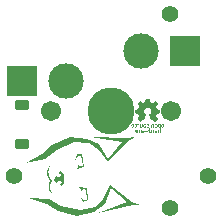
<source format=gbr>
%TF.GenerationSoftware,KiCad,Pcbnew,9.0.5*%
%TF.CreationDate,2025-10-09T16:36:40+08:00*%
%TF.ProjectId,snowshoe-mx,736e6f77-7368-46f6-952d-6d782e6b6963,rev?*%
%TF.SameCoordinates,Original*%
%TF.FileFunction,Soldermask,Bot*%
%TF.FilePolarity,Negative*%
%FSLAX46Y46*%
G04 Gerber Fmt 4.6, Leading zero omitted, Abs format (unit mm)*
G04 Created by KiCad (PCBNEW 9.0.5) date 2025-10-09 16:36:40*
%MOMM*%
%LPD*%
G01*
G04 APERTURE LIST*
G04 Aperture macros list*
%AMRoundRect*
0 Rectangle with rounded corners*
0 $1 Rounding radius*
0 $2 $3 $4 $5 $6 $7 $8 $9 X,Y pos of 4 corners*
0 Add a 4 corners polygon primitive as box body*
4,1,4,$2,$3,$4,$5,$6,$7,$8,$9,$2,$3,0*
0 Add four circle primitives for the rounded corners*
1,1,$1+$1,$2,$3*
1,1,$1+$1,$4,$5*
1,1,$1+$1,$6,$7*
1,1,$1+$1,$8,$9*
0 Add four rect primitives between the rounded corners*
20,1,$1+$1,$2,$3,$4,$5,0*
20,1,$1+$1,$4,$5,$6,$7,0*
20,1,$1+$1,$6,$7,$8,$9,0*
20,1,$1+$1,$8,$9,$2,$3,0*%
G04 Aperture macros list end*
%ADD10C,0.000000*%
%ADD11C,1.400000*%
%ADD12C,1.701800*%
%ADD13C,3.000000*%
%ADD14C,3.987800*%
%ADD15R,2.550000X2.500000*%
%ADD16RoundRect,0.225000X0.375000X-0.225000X0.375000X0.225000X-0.375000X0.225000X-0.375000X-0.225000X0*%
G04 APERTURE END LIST*
D10*
G36*
X109210913Y-66866058D02*
G01*
X109152652Y-66866058D01*
X109152652Y-66693536D01*
X109152579Y-66689887D01*
X109152362Y-66686336D01*
X109152005Y-66682885D01*
X109151510Y-66679535D01*
X109150882Y-66676286D01*
X109150122Y-66673141D01*
X109149235Y-66670100D01*
X109148224Y-66667164D01*
X109147091Y-66664335D01*
X109145840Y-66661613D01*
X109144474Y-66659001D01*
X109142997Y-66656498D01*
X109141412Y-66654106D01*
X109139721Y-66651826D01*
X109137929Y-66649660D01*
X109136038Y-66647608D01*
X109134051Y-66645672D01*
X109131972Y-66643852D01*
X109129804Y-66642150D01*
X109127551Y-66640568D01*
X109125214Y-66639105D01*
X109122799Y-66637764D01*
X109120307Y-66636544D01*
X109117742Y-66635449D01*
X109115108Y-66634478D01*
X109112407Y-66633633D01*
X109109643Y-66632915D01*
X109106819Y-66632324D01*
X109103938Y-66631863D01*
X109101003Y-66631533D01*
X109098018Y-66631334D01*
X109094986Y-66631267D01*
X109091955Y-66631334D01*
X109088974Y-66631533D01*
X109086047Y-66631863D01*
X109083175Y-66632324D01*
X109080363Y-66632915D01*
X109077612Y-66633633D01*
X109074927Y-66634478D01*
X109072310Y-66635449D01*
X109069764Y-66636544D01*
X109067293Y-66637764D01*
X109064898Y-66639105D01*
X109062584Y-66640568D01*
X109060354Y-66642150D01*
X109058209Y-66643852D01*
X109056155Y-66645672D01*
X109054192Y-66647608D01*
X109052325Y-66649660D01*
X109050557Y-66651826D01*
X109048890Y-66654106D01*
X109047327Y-66656498D01*
X109045872Y-66659001D01*
X109044528Y-66661613D01*
X109043297Y-66664335D01*
X109042184Y-66667164D01*
X109041189Y-66670100D01*
X109040318Y-66673141D01*
X109039572Y-66676286D01*
X109038955Y-66679535D01*
X109038470Y-66682885D01*
X109038120Y-66686336D01*
X109037907Y-66689887D01*
X109037836Y-66693536D01*
X109037836Y-66866058D01*
X108979575Y-66866058D01*
X108979575Y-66673534D01*
X108979723Y-66667467D01*
X108980163Y-66661581D01*
X108980882Y-66655877D01*
X108981871Y-66650356D01*
X108983119Y-66645019D01*
X108984615Y-66639866D01*
X108986349Y-66634899D01*
X108988310Y-66630117D01*
X108990488Y-66625521D01*
X108992872Y-66621113D01*
X108995452Y-66616893D01*
X108998216Y-66612862D01*
X109001155Y-66609020D01*
X109004258Y-66605368D01*
X109007514Y-66601908D01*
X109010913Y-66598639D01*
X109014444Y-66595562D01*
X109018097Y-66592679D01*
X109021861Y-66589990D01*
X109025725Y-66587495D01*
X109029679Y-66585195D01*
X109033713Y-66583092D01*
X109037816Y-66581186D01*
X109041976Y-66579477D01*
X109046185Y-66577966D01*
X109050431Y-66576654D01*
X109054703Y-66575543D01*
X109058992Y-66574631D01*
X109063285Y-66573921D01*
X109067574Y-66573413D01*
X109071848Y-66573108D01*
X109076095Y-66573006D01*
X109081823Y-66573140D01*
X109087440Y-66573543D01*
X109092944Y-66574215D01*
X109098331Y-66575154D01*
X109103597Y-66576362D01*
X109108740Y-66577838D01*
X109113755Y-66579582D01*
X109118640Y-66581593D01*
X109123390Y-66583872D01*
X109128004Y-66586418D01*
X109132477Y-66589231D01*
X109136805Y-66592311D01*
X109140987Y-66595657D01*
X109145017Y-66599270D01*
X109148893Y-66603150D01*
X109152612Y-66607296D01*
X109152414Y-66377783D01*
X109148322Y-66381562D01*
X109144184Y-66385170D01*
X109139992Y-66388596D01*
X109135740Y-66391830D01*
X109131421Y-66394863D01*
X109127028Y-66397684D01*
X109122555Y-66400284D01*
X109117995Y-66402652D01*
X109113340Y-66404779D01*
X109108585Y-66406654D01*
X109103723Y-66408269D01*
X109098746Y-66409612D01*
X109093649Y-66410674D01*
X109088423Y-66411444D01*
X109083064Y-66411914D01*
X109077563Y-66412073D01*
X109074272Y-66412026D01*
X109071038Y-66411888D01*
X109067860Y-66411660D01*
X109064739Y-66411343D01*
X109061673Y-66410941D01*
X109058664Y-66410454D01*
X109055711Y-66409884D01*
X109052814Y-66409235D01*
X109049972Y-66408506D01*
X109047186Y-66407701D01*
X109044456Y-66406821D01*
X109041782Y-66405867D01*
X109039163Y-66404843D01*
X109036600Y-66403750D01*
X109031640Y-66401362D01*
X109026900Y-66398720D01*
X109022381Y-66395839D01*
X109018081Y-66392734D01*
X109014000Y-66389419D01*
X109010138Y-66385910D01*
X109006493Y-66382223D01*
X109003066Y-66378371D01*
X108999855Y-66374370D01*
X108996988Y-66370535D01*
X108994379Y-66366671D01*
X108992018Y-66362698D01*
X108989895Y-66358533D01*
X108988000Y-66354096D01*
X108986322Y-66349306D01*
X108984851Y-66344082D01*
X108983578Y-66338343D01*
X108982492Y-66332008D01*
X108981584Y-66324995D01*
X108980843Y-66317224D01*
X108980260Y-66308614D01*
X108979524Y-66288551D01*
X108979297Y-66264158D01*
X108979297Y-66264118D01*
X109037598Y-66264118D01*
X109037643Y-66272463D01*
X109037828Y-66280757D01*
X109038223Y-66288931D01*
X109038901Y-66296918D01*
X109039934Y-66304653D01*
X109040606Y-66308404D01*
X109041394Y-66312066D01*
X109042307Y-66315632D01*
X109043353Y-66319092D01*
X109044542Y-66322439D01*
X109045882Y-66325663D01*
X109047384Y-66328757D01*
X109049055Y-66331713D01*
X109050904Y-66334521D01*
X109052942Y-66337173D01*
X109055176Y-66339662D01*
X109057615Y-66341978D01*
X109060270Y-66344113D01*
X109063148Y-66346059D01*
X109066258Y-66347808D01*
X109069611Y-66349350D01*
X109073214Y-66350679D01*
X109077076Y-66351784D01*
X109081208Y-66352659D01*
X109085617Y-66353294D01*
X109090312Y-66353681D01*
X109095303Y-66353812D01*
X109100244Y-66353674D01*
X109104892Y-66353269D01*
X109109257Y-66352605D01*
X109113347Y-66351691D01*
X109117171Y-66350539D01*
X109120738Y-66349156D01*
X109124058Y-66347554D01*
X109127138Y-66345741D01*
X109129988Y-66343727D01*
X109132616Y-66341522D01*
X109135032Y-66339135D01*
X109137245Y-66336577D01*
X109139263Y-66333856D01*
X109141095Y-66330982D01*
X109142751Y-66327965D01*
X109144238Y-66324815D01*
X109145566Y-66321541D01*
X109146745Y-66318153D01*
X109148686Y-66311072D01*
X109150134Y-66303650D01*
X109151159Y-66295964D01*
X109151832Y-66288091D01*
X109152225Y-66280107D01*
X109152453Y-66264118D01*
X109152414Y-66256139D01*
X109152247Y-66248105D01*
X109151879Y-66240094D01*
X109151237Y-66232185D01*
X109150246Y-66224457D01*
X109149596Y-66220685D01*
X109148833Y-66216988D01*
X109147945Y-66213376D01*
X109146924Y-66209857D01*
X109145761Y-66206443D01*
X109144446Y-66203143D01*
X109142971Y-66199967D01*
X109141326Y-66196924D01*
X109139502Y-66194025D01*
X109137489Y-66191280D01*
X109135279Y-66188697D01*
X109132862Y-66186287D01*
X109130230Y-66184061D01*
X109127372Y-66182026D01*
X109124280Y-66180195D01*
X109120945Y-66178575D01*
X109117356Y-66177178D01*
X109113506Y-66176013D01*
X109109385Y-66175090D01*
X109104984Y-66174418D01*
X109100293Y-66174008D01*
X109095303Y-66173869D01*
X109090312Y-66174001D01*
X109085617Y-66174393D01*
X109081208Y-66175036D01*
X109077076Y-66175920D01*
X109073214Y-66177038D01*
X109069611Y-66178382D01*
X109066258Y-66179941D01*
X109063148Y-66181708D01*
X109060270Y-66183675D01*
X109057615Y-66185832D01*
X109055176Y-66188171D01*
X109052942Y-66190683D01*
X109050904Y-66193360D01*
X109049055Y-66196194D01*
X109047384Y-66199175D01*
X109045882Y-66202295D01*
X109044542Y-66205545D01*
X109043353Y-66208918D01*
X109041394Y-66215994D01*
X109039934Y-66223455D01*
X109038901Y-66231231D01*
X109038223Y-66239254D01*
X109037828Y-66247455D01*
X109037598Y-66264118D01*
X108979297Y-66264118D01*
X108979352Y-66251373D01*
X108979524Y-66239741D01*
X108979823Y-66229181D01*
X108980260Y-66219614D01*
X108980843Y-66210961D01*
X108981584Y-66203142D01*
X108982492Y-66196078D01*
X108983578Y-66189689D01*
X108984851Y-66183896D01*
X108985561Y-66181198D01*
X108986322Y-66178619D01*
X108987134Y-66176149D01*
X108988000Y-66173779D01*
X108988920Y-66171498D01*
X108989895Y-66169296D01*
X108992018Y-66165092D01*
X108994379Y-66161085D01*
X108996988Y-66157198D01*
X108999855Y-66153350D01*
X109003072Y-66149349D01*
X109006505Y-66145497D01*
X109010153Y-66141809D01*
X109014017Y-66138301D01*
X109018099Y-66134986D01*
X109022398Y-66131881D01*
X109026917Y-66128999D01*
X109031655Y-66126358D01*
X109036613Y-66123970D01*
X109041793Y-66121852D01*
X109047194Y-66120019D01*
X109052819Y-66118485D01*
X109058668Y-66117266D01*
X109064740Y-66116377D01*
X109071039Y-66115832D01*
X109077563Y-66115647D01*
X109083101Y-66115806D01*
X109088563Y-66116274D01*
X109093941Y-66117042D01*
X109099226Y-66118099D01*
X109104410Y-66119433D01*
X109109485Y-66121034D01*
X109114443Y-66122891D01*
X109119275Y-66124993D01*
X109123972Y-66127330D01*
X109128528Y-66129890D01*
X109132933Y-66132663D01*
X109137180Y-66135638D01*
X109141259Y-66138804D01*
X109145164Y-66142151D01*
X109148885Y-66145667D01*
X109152414Y-66149342D01*
X109152414Y-66119060D01*
X109210913Y-66119060D01*
X109210913Y-66264118D01*
X109210913Y-66866058D01*
G37*
G36*
X107767796Y-66780968D02*
G01*
X107767686Y-66785646D01*
X107767357Y-66790249D01*
X107766811Y-66794772D01*
X107766050Y-66799210D01*
X107765076Y-66803558D01*
X107763891Y-66807812D01*
X107762497Y-66811966D01*
X107760896Y-66816017D01*
X107759090Y-66819958D01*
X107757081Y-66823786D01*
X107754871Y-66827495D01*
X107752461Y-66831081D01*
X107749855Y-66834539D01*
X107747054Y-66837864D01*
X107744059Y-66841052D01*
X107740873Y-66844096D01*
X107737498Y-66846994D01*
X107733936Y-66849739D01*
X107730189Y-66852328D01*
X107726258Y-66854754D01*
X107722146Y-66857014D01*
X107717855Y-66859103D01*
X107713387Y-66861016D01*
X107708743Y-66862748D01*
X107703926Y-66864294D01*
X107698938Y-66865649D01*
X107693780Y-66866809D01*
X107688455Y-66867769D01*
X107682965Y-66868524D01*
X107677311Y-66869069D01*
X107671496Y-66869400D01*
X107665522Y-66869511D01*
X107658357Y-66869404D01*
X107651630Y-66869080D01*
X107645325Y-66868537D01*
X107639425Y-66867773D01*
X107633912Y-66866784D01*
X107628770Y-66865568D01*
X107623983Y-66864124D01*
X107619534Y-66862447D01*
X107615405Y-66860536D01*
X107611581Y-66858388D01*
X107608044Y-66856001D01*
X107604777Y-66853371D01*
X107601765Y-66850497D01*
X107598990Y-66847375D01*
X107596435Y-66844004D01*
X107594084Y-66840381D01*
X107592973Y-66840381D01*
X107592973Y-66866098D01*
X107592933Y-66866098D01*
X107534672Y-66866098D01*
X107534672Y-66743265D01*
X107592933Y-66743265D01*
X107592933Y-66764418D01*
X107592982Y-66768536D01*
X107593131Y-66772426D01*
X107593382Y-66776094D01*
X107593739Y-66779546D01*
X107594204Y-66782789D01*
X107594781Y-66785830D01*
X107595471Y-66788674D01*
X107596278Y-66791329D01*
X107597205Y-66793800D01*
X107598254Y-66796094D01*
X107599429Y-66798217D01*
X107600731Y-66800176D01*
X107602165Y-66801977D01*
X107603732Y-66803627D01*
X107605436Y-66805131D01*
X107607280Y-66806497D01*
X107609266Y-66807730D01*
X107611397Y-66808838D01*
X107613676Y-66809826D01*
X107616106Y-66810701D01*
X107618690Y-66811469D01*
X107621430Y-66812137D01*
X107624329Y-66812710D01*
X107627391Y-66813197D01*
X107634011Y-66813932D01*
X107641315Y-66814394D01*
X107649324Y-66814634D01*
X107658060Y-66814702D01*
X107665171Y-66814505D01*
X107671732Y-66813928D01*
X107677756Y-66812992D01*
X107683256Y-66811720D01*
X107685814Y-66810965D01*
X107688244Y-66810134D01*
X107690550Y-66809229D01*
X107692733Y-66808254D01*
X107694794Y-66807211D01*
X107696735Y-66806104D01*
X107698558Y-66804934D01*
X107700263Y-66803704D01*
X107701853Y-66802417D01*
X107703329Y-66801077D01*
X107704692Y-66799685D01*
X107705945Y-66798244D01*
X107707089Y-66796757D01*
X107708125Y-66795227D01*
X107709055Y-66793657D01*
X107709880Y-66792049D01*
X107711224Y-66788730D01*
X107712168Y-66785293D01*
X107712725Y-66781759D01*
X107712908Y-66778150D01*
X107712862Y-66776189D01*
X107712720Y-66774272D01*
X107712485Y-66772402D01*
X107712154Y-66770578D01*
X107711728Y-66768802D01*
X107711206Y-66767076D01*
X107710588Y-66765400D01*
X107709874Y-66763775D01*
X107709062Y-66762204D01*
X107708152Y-66760686D01*
X107707145Y-66759223D01*
X107706040Y-66757816D01*
X107704835Y-66756467D01*
X107703532Y-66755176D01*
X107702128Y-66753945D01*
X107700625Y-66752775D01*
X107699021Y-66751667D01*
X107697317Y-66750622D01*
X107695511Y-66749641D01*
X107693603Y-66748725D01*
X107691594Y-66747876D01*
X107689481Y-66747095D01*
X107687266Y-66746383D01*
X107684947Y-66745741D01*
X107682525Y-66745170D01*
X107679998Y-66744672D01*
X107677367Y-66744247D01*
X107674630Y-66743896D01*
X107671788Y-66743622D01*
X107668840Y-66743424D01*
X107665786Y-66743305D01*
X107662624Y-66743265D01*
X107592933Y-66743265D01*
X107534672Y-66743265D01*
X107534672Y-66668454D01*
X107534815Y-66661899D01*
X107535241Y-66655617D01*
X107535945Y-66649604D01*
X107536922Y-66643855D01*
X107538168Y-66638368D01*
X107539677Y-66633137D01*
X107541444Y-66628157D01*
X107543464Y-66623426D01*
X107545734Y-66618937D01*
X107548246Y-66614688D01*
X107550998Y-66610674D01*
X107553983Y-66606890D01*
X107557197Y-66603333D01*
X107560635Y-66599997D01*
X107564292Y-66596880D01*
X107568163Y-66593976D01*
X107572243Y-66591280D01*
X107576528Y-66588790D01*
X107581012Y-66586501D01*
X107585690Y-66584408D01*
X107590558Y-66582507D01*
X107595610Y-66580793D01*
X107600842Y-66579263D01*
X107606249Y-66577913D01*
X107611825Y-66576737D01*
X107617567Y-66575732D01*
X107629525Y-66574216D01*
X107642083Y-66573332D01*
X107655203Y-66573045D01*
X107663210Y-66573181D01*
X107670952Y-66573595D01*
X107678431Y-66574300D01*
X107685651Y-66575307D01*
X107692612Y-66576629D01*
X107699318Y-66578278D01*
X107705772Y-66580264D01*
X107711976Y-66582600D01*
X107717932Y-66585298D01*
X107723644Y-66588370D01*
X107729113Y-66591827D01*
X107734342Y-66595682D01*
X107739334Y-66599946D01*
X107744092Y-66604631D01*
X107748617Y-66609750D01*
X107752913Y-66615313D01*
X107707193Y-66650158D01*
X107706218Y-66648638D01*
X107705217Y-66647181D01*
X107704188Y-66645784D01*
X107703129Y-66644448D01*
X107702038Y-66643172D01*
X107700913Y-66641954D01*
X107699752Y-66640795D01*
X107698551Y-66639691D01*
X107697310Y-66638644D01*
X107696026Y-66637652D01*
X107694696Y-66636714D01*
X107693319Y-66635828D01*
X107691892Y-66634995D01*
X107690413Y-66634214D01*
X107688880Y-66633482D01*
X107687290Y-66632800D01*
X107685642Y-66632167D01*
X107683933Y-66631581D01*
X107682161Y-66631041D01*
X107680324Y-66630548D01*
X107678419Y-66630099D01*
X107676445Y-66629694D01*
X107674399Y-66629332D01*
X107672278Y-66629012D01*
X107667807Y-66628494D01*
X107663013Y-66628134D01*
X107657878Y-66627923D01*
X107652385Y-66627854D01*
X107644844Y-66627970D01*
X107637856Y-66628325D01*
X107631413Y-66628932D01*
X107625505Y-66629802D01*
X107620122Y-66630946D01*
X107615256Y-66632377D01*
X107610898Y-66634105D01*
X107608906Y-66635085D01*
X107607037Y-66636144D01*
X107605291Y-66637283D01*
X107603665Y-66638504D01*
X107602160Y-66639808D01*
X107600773Y-66641196D01*
X107599504Y-66642671D01*
X107598351Y-66644234D01*
X107597314Y-66645886D01*
X107596390Y-66647628D01*
X107595580Y-66649462D01*
X107594881Y-66651390D01*
X107594293Y-66653413D01*
X107593815Y-66655532D01*
X107593445Y-66657749D01*
X107593182Y-66660065D01*
X107592973Y-66665002D01*
X107592973Y-66695283D01*
X107673538Y-66695283D01*
X107679284Y-66695398D01*
X107684852Y-66695737D01*
X107690243Y-66696296D01*
X107695455Y-66697068D01*
X107700490Y-66698048D01*
X107705345Y-66699228D01*
X107710022Y-66700604D01*
X107714519Y-66702169D01*
X107718837Y-66703918D01*
X107722975Y-66705844D01*
X107726932Y-66707941D01*
X107730709Y-66710203D01*
X107734305Y-66712625D01*
X107737720Y-66715200D01*
X107740953Y-66717923D01*
X107744004Y-66720787D01*
X107746872Y-66723787D01*
X107749558Y-66726916D01*
X107752061Y-66730168D01*
X107754381Y-66733538D01*
X107756517Y-66737020D01*
X107758469Y-66740607D01*
X107760236Y-66744294D01*
X107761819Y-66748074D01*
X107763218Y-66751942D01*
X107764430Y-66755892D01*
X107765457Y-66759917D01*
X107766298Y-66764012D01*
X107766953Y-66768170D01*
X107767421Y-66772387D01*
X107767702Y-66776655D01*
X107767735Y-66778150D01*
X107767796Y-66780968D01*
G37*
G36*
X107889319Y-66779262D02*
G01*
X107890510Y-66779262D01*
X107956193Y-66576498D01*
X107998460Y-66576498D01*
X108064143Y-66779262D01*
X108065294Y-66779262D01*
X108120697Y-66576498D01*
X108182372Y-66576498D01*
X108089860Y-66866098D01*
X108038425Y-66866098D01*
X107977902Y-66663295D01*
X107976751Y-66663295D01*
X107916188Y-66866098D01*
X107864753Y-66866098D01*
X107772241Y-66576498D01*
X107833955Y-66576498D01*
X107889319Y-66779262D01*
G37*
G36*
X109499095Y-66274897D02*
G01*
X109498767Y-66285379D01*
X109498214Y-66295067D01*
X109497429Y-66304019D01*
X109496406Y-66312291D01*
X109495141Y-66319942D01*
X109493626Y-66327029D01*
X109491856Y-66333611D01*
X109489825Y-66339744D01*
X109487527Y-66345486D01*
X109484957Y-66350895D01*
X109482108Y-66356029D01*
X109478975Y-66360945D01*
X109475551Y-66365702D01*
X109471832Y-66370356D01*
X109467810Y-66374965D01*
X109464682Y-66378299D01*
X109461288Y-66381641D01*
X109457618Y-66384962D01*
X109453660Y-66388230D01*
X109449405Y-66391415D01*
X109444840Y-66394485D01*
X109439956Y-66397409D01*
X109434741Y-66400157D01*
X109432006Y-66401455D01*
X109429184Y-66402697D01*
X109426275Y-66403879D01*
X109423276Y-66404999D01*
X109420186Y-66406051D01*
X109417004Y-66407031D01*
X109413729Y-66407937D01*
X109410359Y-66408764D01*
X109406893Y-66409508D01*
X109403329Y-66410165D01*
X109399666Y-66410732D01*
X109395903Y-66411204D01*
X109392039Y-66411578D01*
X109388072Y-66411850D01*
X109384000Y-66412016D01*
X109379823Y-66412073D01*
X109371575Y-66411850D01*
X109363744Y-66411204D01*
X109356321Y-66410165D01*
X109349293Y-66408764D01*
X109342650Y-66407031D01*
X109336381Y-66404999D01*
X109330475Y-66402697D01*
X109324920Y-66400156D01*
X109319707Y-66397409D01*
X109314823Y-66394485D01*
X109310259Y-66391415D01*
X109306002Y-66388230D01*
X109302043Y-66384962D01*
X109298369Y-66381641D01*
X109294970Y-66378299D01*
X109291836Y-66374965D01*
X109287814Y-66370356D01*
X109284093Y-66365702D01*
X109280667Y-66360945D01*
X109277532Y-66356029D01*
X109274680Y-66350895D01*
X109272106Y-66345486D01*
X109269805Y-66339744D01*
X109267770Y-66333611D01*
X109265997Y-66327029D01*
X109264478Y-66319942D01*
X109263209Y-66312291D01*
X109262184Y-66304019D01*
X109261396Y-66295067D01*
X109260841Y-66285379D01*
X109260512Y-66274897D01*
X109260408Y-66264118D01*
X109318704Y-66264118D01*
X109318872Y-66278405D01*
X109319091Y-66284609D01*
X109319407Y-66290253D01*
X109319828Y-66295388D01*
X109320358Y-66300064D01*
X109321003Y-66304331D01*
X109321770Y-66308240D01*
X109322665Y-66311842D01*
X109323692Y-66315185D01*
X109324859Y-66318322D01*
X109326172Y-66321301D01*
X109327635Y-66324174D01*
X109329256Y-66326991D01*
X109331039Y-66329803D01*
X109332992Y-66332658D01*
X109333824Y-66333773D01*
X109334711Y-66334871D01*
X109336646Y-66337008D01*
X109338786Y-66339061D01*
X109341118Y-66341020D01*
X109343631Y-66342875D01*
X109346313Y-66344618D01*
X109349152Y-66346240D01*
X109352136Y-66347730D01*
X109355254Y-66349079D01*
X109358493Y-66350279D01*
X109361842Y-66351320D01*
X109365289Y-66352192D01*
X109368823Y-66352887D01*
X109372431Y-66353394D01*
X109376101Y-66353706D01*
X109379823Y-66353812D01*
X109383545Y-66353706D01*
X109387215Y-66353396D01*
X109390823Y-66352890D01*
X109394357Y-66352198D01*
X109397804Y-66351328D01*
X109401153Y-66350289D01*
X109404392Y-66349092D01*
X109407510Y-66347745D01*
X109410494Y-66346256D01*
X109413333Y-66344636D01*
X109416015Y-66342893D01*
X109418528Y-66341037D01*
X109420860Y-66339076D01*
X109423000Y-66337020D01*
X109424935Y-66334878D01*
X109426654Y-66332658D01*
X109428607Y-66329802D01*
X109430390Y-66326990D01*
X109432011Y-66324171D01*
X109433474Y-66321293D01*
X109434787Y-66318305D01*
X109435954Y-66315156D01*
X109436981Y-66311795D01*
X109437876Y-66308171D01*
X109438643Y-66304232D01*
X109439288Y-66299928D01*
X109439818Y-66295208D01*
X109440239Y-66290019D01*
X109440555Y-66284311D01*
X109440774Y-66278033D01*
X109440901Y-66271134D01*
X109440942Y-66263562D01*
X109440772Y-66249114D01*
X109440552Y-66242861D01*
X109440233Y-66237187D01*
X109439810Y-66232038D01*
X109439278Y-66227362D01*
X109438630Y-66223105D01*
X109437861Y-66219217D01*
X109436965Y-66215643D01*
X109435936Y-66212331D01*
X109434769Y-66209229D01*
X109433458Y-66206284D01*
X109431996Y-66203443D01*
X109430379Y-66200655D01*
X109428600Y-66197865D01*
X109426654Y-66195022D01*
X109425822Y-66193907D01*
X109424935Y-66192809D01*
X109423001Y-66190672D01*
X109420863Y-66188619D01*
X109418533Y-66186660D01*
X109416023Y-66184805D01*
X109413343Y-66183062D01*
X109410507Y-66181441D01*
X109407525Y-66179951D01*
X109404409Y-66178601D01*
X109401171Y-66177401D01*
X109397822Y-66176361D01*
X109394373Y-66175488D01*
X109390838Y-66174794D01*
X109387227Y-66174286D01*
X109383551Y-66173974D01*
X109379823Y-66173868D01*
X109376095Y-66173974D01*
X109372419Y-66174284D01*
X109368808Y-66174790D01*
X109365273Y-66175483D01*
X109361824Y-66176353D01*
X109358475Y-66177391D01*
X109355237Y-66178588D01*
X109352121Y-66179936D01*
X109349139Y-66181424D01*
X109346303Y-66183044D01*
X109343623Y-66184787D01*
X109341113Y-66186644D01*
X109338783Y-66188604D01*
X109336645Y-66190660D01*
X109334711Y-66192803D01*
X109332992Y-66195022D01*
X109331039Y-66197871D01*
X109329256Y-66200678D01*
X109327635Y-66203495D01*
X109326172Y-66206371D01*
X109324859Y-66209358D01*
X109323692Y-66212507D01*
X109322665Y-66215869D01*
X109321770Y-66219494D01*
X109321003Y-66223435D01*
X109320358Y-66227741D01*
X109319828Y-66232465D01*
X109319407Y-66237656D01*
X109319091Y-66243365D01*
X109318872Y-66249645D01*
X109318745Y-66256546D01*
X109318704Y-66264118D01*
X109260408Y-66264118D01*
X109260403Y-66263562D01*
X109260511Y-66252234D01*
X109260839Y-66241769D01*
X109261393Y-66232109D01*
X109262178Y-66223193D01*
X109263201Y-66214963D01*
X109264468Y-66207360D01*
X109265984Y-66200324D01*
X109267755Y-66193796D01*
X109269788Y-66187717D01*
X109272089Y-66182028D01*
X109274662Y-66176669D01*
X109277515Y-66171581D01*
X109280653Y-66166705D01*
X109284081Y-66161981D01*
X109287807Y-66157351D01*
X109291836Y-66152755D01*
X109294964Y-66149420D01*
X109298358Y-66146076D01*
X109302028Y-66142754D01*
X109305986Y-66139483D01*
X109310241Y-66136295D01*
X109314806Y-66133222D01*
X109319690Y-66130295D01*
X109324905Y-66127543D01*
X109327640Y-66126243D01*
X109330462Y-66124999D01*
X109333371Y-66123815D01*
X109336370Y-66122694D01*
X109339460Y-66121640D01*
X109342642Y-66120658D01*
X109345917Y-66119751D01*
X109349287Y-66118922D01*
X109352753Y-66118177D01*
X109356317Y-66117519D01*
X109359980Y-66116951D01*
X109363743Y-66116477D01*
X109367607Y-66116103D01*
X109371574Y-66115830D01*
X109375646Y-66115664D01*
X109379823Y-66115607D01*
X109388072Y-66115830D01*
X109395903Y-66116477D01*
X109403329Y-66117519D01*
X109410359Y-66118922D01*
X109417004Y-66120658D01*
X109423276Y-66122694D01*
X109429184Y-66124999D01*
X109434741Y-66127543D01*
X109439956Y-66130295D01*
X109444840Y-66133222D01*
X109449405Y-66136296D01*
X109453660Y-66139483D01*
X109457618Y-66142754D01*
X109461288Y-66146076D01*
X109464682Y-66149420D01*
X109467810Y-66152755D01*
X109471832Y-66157363D01*
X109475551Y-66162015D01*
X109478975Y-66166767D01*
X109482108Y-66171676D01*
X109484957Y-66176798D01*
X109487527Y-66182192D01*
X109489825Y-66187913D01*
X109491856Y-66194020D01*
X109493626Y-66200568D01*
X109495141Y-66207615D01*
X109496406Y-66215218D01*
X109497429Y-66223433D01*
X109498214Y-66232318D01*
X109498767Y-66241930D01*
X109499095Y-66252326D01*
X109499203Y-66263562D01*
X109499095Y-66274897D01*
G37*
G36*
X108939320Y-66244457D02*
G01*
X108939862Y-66254346D01*
X108940046Y-66264673D01*
X108939846Y-66275547D01*
X108939255Y-66285903D01*
X108938289Y-66295754D01*
X108936961Y-66305110D01*
X108935286Y-66313982D01*
X108933278Y-66322382D01*
X108930951Y-66330321D01*
X108928321Y-66337811D01*
X108925402Y-66344862D01*
X108922207Y-66351486D01*
X108918752Y-66357695D01*
X108915050Y-66363499D01*
X108911117Y-66368910D01*
X108906967Y-66373940D01*
X108902613Y-66378598D01*
X108898071Y-66382898D01*
X108893355Y-66386849D01*
X108888480Y-66390463D01*
X108883459Y-66393753D01*
X108878307Y-66396728D01*
X108873039Y-66399400D01*
X108867669Y-66401781D01*
X108856682Y-66405712D01*
X108845459Y-66408613D01*
X108834117Y-66410573D01*
X108822772Y-66411683D01*
X108811538Y-66412033D01*
X108804275Y-66411871D01*
X108797063Y-66411380D01*
X108789911Y-66410551D01*
X108782831Y-66409376D01*
X108775831Y-66407846D01*
X108768921Y-66405953D01*
X108762113Y-66403689D01*
X108755415Y-66401045D01*
X108748837Y-66398012D01*
X108742390Y-66394583D01*
X108736083Y-66390748D01*
X108729926Y-66386500D01*
X108723929Y-66381830D01*
X108718103Y-66376729D01*
X108712457Y-66371189D01*
X108707001Y-66365202D01*
X108749268Y-66329245D01*
X108752561Y-66332477D01*
X108756001Y-66335531D01*
X108759576Y-66338404D01*
X108763273Y-66341091D01*
X108767081Y-66343587D01*
X108770986Y-66345889D01*
X108774976Y-66347992D01*
X108779039Y-66349892D01*
X108783161Y-66351585D01*
X108787331Y-66353066D01*
X108791536Y-66354331D01*
X108795764Y-66355376D01*
X108800001Y-66356195D01*
X108804236Y-66356786D01*
X108808456Y-66357144D01*
X108812649Y-66357264D01*
X108816367Y-66357194D01*
X108820018Y-66356983D01*
X108823599Y-66356632D01*
X108827105Y-66356140D01*
X108830535Y-66355508D01*
X108833885Y-66354736D01*
X108837150Y-66353824D01*
X108840329Y-66352772D01*
X108843416Y-66351580D01*
X108846411Y-66350248D01*
X108849308Y-66348777D01*
X108852104Y-66347166D01*
X108854797Y-66345416D01*
X108857382Y-66343527D01*
X108859857Y-66341498D01*
X108862219Y-66339331D01*
X108864463Y-66337024D01*
X108866586Y-66334579D01*
X108868586Y-66331995D01*
X108870458Y-66329272D01*
X108872200Y-66326411D01*
X108873807Y-66323411D01*
X108875278Y-66320273D01*
X108876608Y-66316997D01*
X108877794Y-66313583D01*
X108878833Y-66310031D01*
X108879721Y-66306341D01*
X108880455Y-66302513D01*
X108881032Y-66298548D01*
X108881448Y-66294445D01*
X108881700Y-66290205D01*
X108881785Y-66285827D01*
X108701286Y-66285827D01*
X108701286Y-66237884D01*
X108759547Y-66237884D01*
X108881785Y-66237884D01*
X108881605Y-66233819D01*
X108881285Y-66229874D01*
X108880826Y-66226051D01*
X108880233Y-66222350D01*
X108879507Y-66218773D01*
X108878652Y-66215318D01*
X108877670Y-66211987D01*
X108876566Y-66208780D01*
X108875340Y-66205699D01*
X108873998Y-66202742D01*
X108872540Y-66199912D01*
X108870971Y-66197208D01*
X108869294Y-66194630D01*
X108867510Y-66192180D01*
X108865624Y-66189858D01*
X108863637Y-66187665D01*
X108861554Y-66185600D01*
X108859377Y-66183665D01*
X108857109Y-66181860D01*
X108854752Y-66180185D01*
X108852310Y-66178642D01*
X108849786Y-66177229D01*
X108847183Y-66175949D01*
X108844503Y-66174802D01*
X108841750Y-66173787D01*
X108838926Y-66172906D01*
X108836035Y-66172160D01*
X108833078Y-66171548D01*
X108830061Y-66171070D01*
X108826984Y-66170729D01*
X108823851Y-66170524D01*
X108820666Y-66170455D01*
X108817482Y-66170524D01*
X108814354Y-66170729D01*
X108811284Y-66171070D01*
X108808276Y-66171548D01*
X108805331Y-66172160D01*
X108802453Y-66172906D01*
X108799644Y-66173787D01*
X108796907Y-66174802D01*
X108794244Y-66175949D01*
X108791657Y-66177229D01*
X108789151Y-66178642D01*
X108786726Y-66180185D01*
X108784386Y-66181860D01*
X108782134Y-66183665D01*
X108779972Y-66185600D01*
X108777903Y-66187665D01*
X108775928Y-66189859D01*
X108774052Y-66192180D01*
X108772277Y-66194630D01*
X108770605Y-66197208D01*
X108769038Y-66199912D01*
X108767580Y-66202742D01*
X108766233Y-66205699D01*
X108765000Y-66208781D01*
X108763884Y-66211987D01*
X108762886Y-66215318D01*
X108762010Y-66218773D01*
X108761258Y-66222350D01*
X108760634Y-66226051D01*
X108760138Y-66229874D01*
X108759775Y-66233819D01*
X108759547Y-66237884D01*
X108701286Y-66237884D01*
X108701286Y-66237845D01*
X108701447Y-66230908D01*
X108701924Y-66224136D01*
X108702708Y-66217532D01*
X108703791Y-66211100D01*
X108705165Y-66204843D01*
X108706821Y-66198765D01*
X108708749Y-66192870D01*
X108710942Y-66187161D01*
X108713392Y-66181642D01*
X108716088Y-66176317D01*
X108719024Y-66171189D01*
X108722190Y-66166262D01*
X108725577Y-66161540D01*
X108729178Y-66157026D01*
X108732983Y-66152724D01*
X108736985Y-66148637D01*
X108741174Y-66144770D01*
X108745541Y-66141126D01*
X108750079Y-66137708D01*
X108754779Y-66134521D01*
X108759631Y-66131567D01*
X108764629Y-66128852D01*
X108769762Y-66126377D01*
X108775023Y-66124147D01*
X108780402Y-66122166D01*
X108785892Y-66120438D01*
X108791484Y-66118965D01*
X108797168Y-66117752D01*
X108802937Y-66116802D01*
X108808782Y-66116118D01*
X108814695Y-66115706D01*
X108820666Y-66115567D01*
X108831235Y-66116006D01*
X108841873Y-66117360D01*
X108847186Y-66118398D01*
X108852477Y-66119686D01*
X108857734Y-66121232D01*
X108862944Y-66123043D01*
X108868093Y-66125126D01*
X108873168Y-66127488D01*
X108878157Y-66130137D01*
X108883047Y-66133079D01*
X108887825Y-66136322D01*
X108892478Y-66139873D01*
X108896992Y-66143739D01*
X108901355Y-66147928D01*
X108905555Y-66152446D01*
X108909577Y-66157301D01*
X108913409Y-66162500D01*
X108917039Y-66168051D01*
X108920452Y-66173960D01*
X108923637Y-66180234D01*
X108926580Y-66186881D01*
X108929268Y-66193909D01*
X108931688Y-66201323D01*
X108933828Y-66209132D01*
X108935674Y-66217343D01*
X108937213Y-66225963D01*
X108938433Y-66234998D01*
X108938704Y-66237884D01*
X108939320Y-66244457D01*
G37*
G36*
X107341565Y-66573179D02*
G01*
X107347181Y-66573581D01*
X107352679Y-66574251D01*
X107358056Y-66575188D01*
X107363306Y-66576394D01*
X107368424Y-66577867D01*
X107373405Y-66579608D01*
X107378243Y-66581618D01*
X107382935Y-66583895D01*
X107387475Y-66586440D01*
X107391858Y-66589253D01*
X107396079Y-66592333D01*
X107400133Y-66595682D01*
X107404015Y-66599298D01*
X107407720Y-66603183D01*
X107411244Y-66607335D01*
X107412394Y-66607335D01*
X107412394Y-66576498D01*
X107470656Y-66576498D01*
X107470656Y-66866098D01*
X107470616Y-66866098D01*
X107412355Y-66866098D01*
X107412355Y-66691870D01*
X107412274Y-66687981D01*
X107412034Y-66684230D01*
X107411640Y-66680618D01*
X107411097Y-66677143D01*
X107410410Y-66673804D01*
X107409585Y-66670600D01*
X107408625Y-66667529D01*
X107407537Y-66664592D01*
X107406325Y-66661786D01*
X107404994Y-66659111D01*
X107403549Y-66656566D01*
X107401995Y-66654150D01*
X107400338Y-66651861D01*
X107398582Y-66649700D01*
X107396732Y-66647664D01*
X107394793Y-66645753D01*
X107392771Y-66643965D01*
X107390670Y-66642300D01*
X107388495Y-66640757D01*
X107386252Y-66639335D01*
X107383945Y-66638032D01*
X107381579Y-66636848D01*
X107379160Y-66635781D01*
X107376692Y-66634831D01*
X107371630Y-66633277D01*
X107366435Y-66632177D01*
X107361145Y-66631523D01*
X107355800Y-66631306D01*
X107353069Y-66631354D01*
X107350445Y-66631499D01*
X107347916Y-66631744D01*
X107345469Y-66632093D01*
X107343090Y-66632550D01*
X107340765Y-66633117D01*
X107338481Y-66633798D01*
X107336224Y-66634596D01*
X107333982Y-66635514D01*
X107331740Y-66636556D01*
X107329485Y-66637725D01*
X107327203Y-66639025D01*
X107324881Y-66640458D01*
X107322506Y-66642029D01*
X107320064Y-66643739D01*
X107317541Y-66645594D01*
X107275274Y-66595310D01*
X107278614Y-66592803D01*
X107281998Y-66590422D01*
X107285430Y-66588171D01*
X107288912Y-66586055D01*
X107292448Y-66584079D01*
X107296041Y-66582248D01*
X107299695Y-66580568D01*
X107303413Y-66579043D01*
X107307197Y-66577678D01*
X107311052Y-66576480D01*
X107314980Y-66575451D01*
X107318985Y-66574598D01*
X107323070Y-66573926D01*
X107327238Y-66573440D01*
X107331493Y-66573145D01*
X107335837Y-66573045D01*
X107341565Y-66573179D01*
G37*
G36*
X108247080Y-63950154D02*
G01*
X108247692Y-63950199D01*
X108248300Y-63950274D01*
X108248905Y-63950378D01*
X108249506Y-63950509D01*
X108250100Y-63950668D01*
X108250689Y-63950853D01*
X108251270Y-63951064D01*
X108252406Y-63951560D01*
X108253501Y-63952150D01*
X108254548Y-63952827D01*
X108255540Y-63953586D01*
X108256470Y-63954421D01*
X108257329Y-63955326D01*
X108258110Y-63956295D01*
X108258469Y-63956801D01*
X108258807Y-63957321D01*
X108259121Y-63957854D01*
X108259411Y-63958400D01*
X108259676Y-63958956D01*
X108259915Y-63959524D01*
X108260128Y-63960101D01*
X108260313Y-63960688D01*
X108260469Y-63961283D01*
X108260596Y-63961886D01*
X108311634Y-64236126D01*
X108311920Y-64237344D01*
X108312313Y-64238566D01*
X108312806Y-64239784D01*
X108313391Y-64240990D01*
X108314063Y-64242176D01*
X108314814Y-64243335D01*
X108315637Y-64244458D01*
X108316525Y-64245537D01*
X108317472Y-64246565D01*
X108318471Y-64247533D01*
X108319515Y-64248434D01*
X108320597Y-64249259D01*
X108321710Y-64250000D01*
X108322847Y-64250650D01*
X108324002Y-64251201D01*
X108325167Y-64251644D01*
X108509000Y-64326892D01*
X108510146Y-64327393D01*
X108511361Y-64327812D01*
X108512634Y-64328148D01*
X108513954Y-64328404D01*
X108515310Y-64328578D01*
X108516692Y-64328674D01*
X108518090Y-64328690D01*
X108519492Y-64328628D01*
X108520888Y-64328489D01*
X108522267Y-64328274D01*
X108523620Y-64327983D01*
X108524934Y-64327617D01*
X108526199Y-64327178D01*
X108527405Y-64326665D01*
X108528542Y-64326080D01*
X108529598Y-64325423D01*
X108758713Y-64168181D01*
X108759231Y-64167845D01*
X108759764Y-64167534D01*
X108760312Y-64167250D01*
X108760872Y-64166992D01*
X108761444Y-64166759D01*
X108762027Y-64166552D01*
X108763219Y-64166216D01*
X108764440Y-64165981D01*
X108765680Y-64165847D01*
X108766929Y-64165814D01*
X108768179Y-64165880D01*
X108769419Y-64166044D01*
X108770641Y-64166306D01*
X108771834Y-64166666D01*
X108772990Y-64167121D01*
X108774099Y-64167672D01*
X108774632Y-64167983D01*
X108775151Y-64168317D01*
X108775653Y-64168675D01*
X108776138Y-64169056D01*
X108776603Y-64169460D01*
X108777049Y-64169888D01*
X108970010Y-64362849D01*
X108970434Y-64363294D01*
X108970835Y-64363760D01*
X108971214Y-64364244D01*
X108971569Y-64364747D01*
X108971902Y-64365265D01*
X108972211Y-64365799D01*
X108972497Y-64366347D01*
X108972760Y-64366908D01*
X108972999Y-64367481D01*
X108973214Y-64368064D01*
X108973574Y-64369257D01*
X108973837Y-64370479D01*
X108974003Y-64371719D01*
X108974071Y-64372968D01*
X108974040Y-64374218D01*
X108973909Y-64375458D01*
X108973805Y-64376071D01*
X108973676Y-64376678D01*
X108973522Y-64377279D01*
X108973342Y-64377871D01*
X108973136Y-64378454D01*
X108972904Y-64379026D01*
X108972647Y-64379586D01*
X108972363Y-64380133D01*
X108972053Y-64380666D01*
X108971716Y-64381184D01*
X108817213Y-64606371D01*
X108816557Y-64607433D01*
X108815975Y-64608573D01*
X108815466Y-64609780D01*
X108815033Y-64611045D01*
X108814675Y-64612356D01*
X108814394Y-64613704D01*
X108814189Y-64615078D01*
X108814062Y-64616467D01*
X108814014Y-64617861D01*
X108814046Y-64619250D01*
X108814157Y-64620623D01*
X108814350Y-64621970D01*
X108814624Y-64623281D01*
X108814980Y-64624545D01*
X108815419Y-64625751D01*
X108815943Y-64626890D01*
X108897223Y-64816516D01*
X108897438Y-64817100D01*
X108897681Y-64817682D01*
X108897951Y-64818261D01*
X108898246Y-64818836D01*
X108898911Y-64819973D01*
X108899667Y-64821086D01*
X108900505Y-64822167D01*
X108901419Y-64823210D01*
X108902399Y-64824208D01*
X108903439Y-64825153D01*
X108904529Y-64826040D01*
X108905661Y-64826860D01*
X108906828Y-64827608D01*
X108908022Y-64828276D01*
X108909234Y-64828857D01*
X108910456Y-64829344D01*
X108911069Y-64829550D01*
X108911681Y-64829731D01*
X108912291Y-64829884D01*
X108912899Y-64830010D01*
X109178051Y-64879302D01*
X109178654Y-64879432D01*
X109179249Y-64879591D01*
X109179836Y-64879779D01*
X109180413Y-64879994D01*
X109180981Y-64880235D01*
X109181538Y-64880502D01*
X109182083Y-64880793D01*
X109182616Y-64881108D01*
X109183136Y-64881446D01*
X109183643Y-64881806D01*
X109184134Y-64882187D01*
X109184611Y-64882589D01*
X109185072Y-64883009D01*
X109185516Y-64883448D01*
X109185943Y-64883904D01*
X109186351Y-64884377D01*
X109186740Y-64884866D01*
X109187110Y-64885369D01*
X109187459Y-64885886D01*
X109187788Y-64886417D01*
X109188094Y-64886959D01*
X109188377Y-64887513D01*
X109188637Y-64888077D01*
X109188873Y-64888650D01*
X109189084Y-64889232D01*
X109189269Y-64889822D01*
X109189428Y-64890418D01*
X109189559Y-64891021D01*
X109189663Y-64891628D01*
X109189738Y-64892239D01*
X109189784Y-64892854D01*
X109189799Y-64893470D01*
X109189799Y-65166362D01*
X109189783Y-65166979D01*
X109189738Y-65167593D01*
X109189662Y-65168205D01*
X109189558Y-65168813D01*
X109189425Y-65169416D01*
X109189265Y-65170014D01*
X109189079Y-65170604D01*
X109188867Y-65171187D01*
X109188630Y-65171762D01*
X109188368Y-65172327D01*
X109187775Y-65173426D01*
X109187094Y-65174476D01*
X109186331Y-65175470D01*
X109185492Y-65176401D01*
X109184584Y-65177261D01*
X109183612Y-65178043D01*
X109183104Y-65178403D01*
X109182583Y-65178740D01*
X109182048Y-65179055D01*
X109181502Y-65179345D01*
X109180944Y-65179610D01*
X109180375Y-65179850D01*
X109179797Y-65180062D01*
X109179210Y-65180247D01*
X109178615Y-65180403D01*
X109178012Y-65180530D01*
X108919368Y-65228671D01*
X108918761Y-65228797D01*
X108918152Y-65228951D01*
X108916932Y-65229341D01*
X108915719Y-65229832D01*
X108914518Y-65230419D01*
X108913339Y-65231093D01*
X108912189Y-65231848D01*
X108911076Y-65232677D01*
X108910007Y-65233573D01*
X108908991Y-65234528D01*
X108908035Y-65235535D01*
X108907148Y-65236588D01*
X108906337Y-65237679D01*
X108905609Y-65238801D01*
X108904974Y-65239948D01*
X108904438Y-65241111D01*
X108904009Y-65242284D01*
X108823245Y-65443976D01*
X108822744Y-65445122D01*
X108822325Y-65446336D01*
X108821989Y-65447607D01*
X108821735Y-65448924D01*
X108821561Y-65450278D01*
X108821468Y-65451658D01*
X108821454Y-65453053D01*
X108821519Y-65454453D01*
X108821662Y-65455848D01*
X108821882Y-65457226D01*
X108822180Y-65458578D01*
X108822553Y-65459893D01*
X108823002Y-65461160D01*
X108823525Y-65462370D01*
X108824122Y-65463511D01*
X108824793Y-65464574D01*
X108971716Y-65678648D01*
X108972049Y-65679166D01*
X108972356Y-65679699D01*
X108972637Y-65680246D01*
X108972893Y-65680806D01*
X108973123Y-65681379D01*
X108973327Y-65681961D01*
X108973660Y-65683154D01*
X108973891Y-65684375D01*
X108974022Y-65685615D01*
X108974055Y-65686864D01*
X108973988Y-65688113D01*
X108973824Y-65689354D01*
X108973563Y-65690575D01*
X108973206Y-65691769D01*
X108972754Y-65692924D01*
X108972208Y-65694033D01*
X108971899Y-65694567D01*
X108971567Y-65695086D01*
X108971212Y-65695588D01*
X108970834Y-65696072D01*
X108970433Y-65696538D01*
X108970010Y-65696984D01*
X108777009Y-65889944D01*
X108776564Y-65890368D01*
X108776098Y-65890769D01*
X108775613Y-65891147D01*
X108775111Y-65891502D01*
X108774593Y-65891834D01*
X108774059Y-65892142D01*
X108773511Y-65892427D01*
X108772950Y-65892689D01*
X108772377Y-65892927D01*
X108771794Y-65893141D01*
X108770601Y-65893498D01*
X108769379Y-65893759D01*
X108768139Y-65893923D01*
X108766890Y-65893989D01*
X108765640Y-65893957D01*
X108764400Y-65893826D01*
X108763179Y-65893594D01*
X108762579Y-65893441D01*
X108761987Y-65893262D01*
X108761404Y-65893057D01*
X108760832Y-65892828D01*
X108760272Y-65892572D01*
X108759725Y-65892291D01*
X108759191Y-65891984D01*
X108758674Y-65891651D01*
X108548370Y-65747307D01*
X108547309Y-65746655D01*
X108546175Y-65746082D01*
X108544976Y-65745589D01*
X108543724Y-65745176D01*
X108542427Y-65744844D01*
X108541097Y-65744593D01*
X108539744Y-65744423D01*
X108538378Y-65744336D01*
X108537009Y-65744330D01*
X108535648Y-65744408D01*
X108534304Y-65744568D01*
X108532988Y-65744813D01*
X108531710Y-65745141D01*
X108530481Y-65745553D01*
X108529310Y-65746050D01*
X108528208Y-65746633D01*
X108435459Y-65796163D01*
X108434905Y-65796429D01*
X108434347Y-65796664D01*
X108433785Y-65796866D01*
X108433220Y-65797037D01*
X108432653Y-65797177D01*
X108432085Y-65797287D01*
X108431518Y-65797366D01*
X108430951Y-65797415D01*
X108430386Y-65797434D01*
X108429825Y-65797424D01*
X108429267Y-65797386D01*
X108428715Y-65797319D01*
X108428168Y-65797223D01*
X108427628Y-65797100D01*
X108427096Y-65796950D01*
X108426574Y-65796773D01*
X108426061Y-65796569D01*
X108425558Y-65796339D01*
X108425068Y-65796083D01*
X108424591Y-65795801D01*
X108424127Y-65795494D01*
X108423678Y-65795163D01*
X108423245Y-65794807D01*
X108422829Y-65794427D01*
X108422430Y-65794023D01*
X108422050Y-65793596D01*
X108421690Y-65793147D01*
X108421350Y-65792674D01*
X108421033Y-65792180D01*
X108420737Y-65791663D01*
X108420466Y-65791125D01*
X108420219Y-65790567D01*
X108229004Y-65328485D01*
X108228781Y-65327911D01*
X108228587Y-65327328D01*
X108228422Y-65326737D01*
X108228286Y-65326140D01*
X108228178Y-65325537D01*
X108228098Y-65324930D01*
X108228020Y-65323706D01*
X108228050Y-65322478D01*
X108228183Y-65321254D01*
X108228418Y-65320044D01*
X108228751Y-65318856D01*
X108229180Y-65317699D01*
X108229701Y-65316582D01*
X108230311Y-65315515D01*
X108231008Y-65314505D01*
X108231788Y-65313561D01*
X108232209Y-65313118D01*
X108232649Y-65312694D01*
X108233109Y-65312291D01*
X108233587Y-65311911D01*
X108234085Y-65311554D01*
X108234600Y-65311221D01*
X108257818Y-65297013D01*
X108259492Y-65295948D01*
X108261278Y-65294733D01*
X108263144Y-65293396D01*
X108265055Y-65291963D01*
X108266980Y-65290458D01*
X108268885Y-65288909D01*
X108270736Y-65287342D01*
X108272502Y-65285781D01*
X108287866Y-65275264D01*
X108302529Y-65263845D01*
X108316450Y-65251564D01*
X108329590Y-65238462D01*
X108341909Y-65224576D01*
X108353366Y-65209949D01*
X108363922Y-65194618D01*
X108373536Y-65178625D01*
X108382170Y-65162009D01*
X108386106Y-65153479D01*
X108389782Y-65144809D01*
X108393192Y-65136002D01*
X108396332Y-65127065D01*
X108399197Y-65118002D01*
X108401781Y-65108817D01*
X108404081Y-65099517D01*
X108406089Y-65090106D01*
X108407803Y-65080588D01*
X108409216Y-65070969D01*
X108410324Y-65061255D01*
X108411121Y-65051449D01*
X108411604Y-65041557D01*
X108411765Y-65031583D01*
X108411373Y-65016052D01*
X108410207Y-65000725D01*
X108408288Y-64985621D01*
X108405633Y-64970758D01*
X108402263Y-64956157D01*
X108398196Y-64941836D01*
X108393451Y-64927813D01*
X108388047Y-64914108D01*
X108382002Y-64900740D01*
X108375337Y-64887728D01*
X108368070Y-64875090D01*
X108360219Y-64862845D01*
X108351805Y-64851014D01*
X108342845Y-64839614D01*
X108333359Y-64828664D01*
X108323366Y-64818183D01*
X108312885Y-64808191D01*
X108301935Y-64798707D01*
X108290534Y-64789748D01*
X108278702Y-64781335D01*
X108266457Y-64773486D01*
X108253820Y-64766220D01*
X108240807Y-64759556D01*
X108227440Y-64753513D01*
X108213736Y-64748110D01*
X108199714Y-64743365D01*
X108185394Y-64739299D01*
X108170795Y-64735930D01*
X108155935Y-64733276D01*
X108140833Y-64731357D01*
X108125509Y-64730192D01*
X108109982Y-64729799D01*
X108094454Y-64730192D01*
X108079130Y-64731358D01*
X108064028Y-64733277D01*
X108049168Y-64735931D01*
X108034569Y-64739302D01*
X108020249Y-64743369D01*
X108006227Y-64748114D01*
X107992523Y-64753518D01*
X107979156Y-64759562D01*
X107966144Y-64766228D01*
X107953506Y-64773495D01*
X107941261Y-64781345D01*
X107929429Y-64789760D01*
X107918028Y-64798719D01*
X107907078Y-64808205D01*
X107896597Y-64818198D01*
X107886604Y-64828680D01*
X107877118Y-64839630D01*
X107868158Y-64851031D01*
X107859744Y-64862863D01*
X107851893Y-64875107D01*
X107844626Y-64887745D01*
X107837961Y-64900757D01*
X107831917Y-64914125D01*
X107826512Y-64927829D01*
X107821767Y-64941850D01*
X107817700Y-64956170D01*
X107814330Y-64970770D01*
X107811676Y-64985630D01*
X107809756Y-65000731D01*
X107808591Y-65016055D01*
X107808198Y-65031583D01*
X107808842Y-65051449D01*
X107810747Y-65070971D01*
X107813874Y-65090109D01*
X107818182Y-65108823D01*
X107823631Y-65127073D01*
X107830182Y-65144819D01*
X107837793Y-65162022D01*
X107846427Y-65178640D01*
X107856041Y-65194635D01*
X107866597Y-65209966D01*
X107878055Y-65224594D01*
X107890373Y-65238478D01*
X107903513Y-65251579D01*
X107917434Y-65263857D01*
X107932097Y-65275271D01*
X107947461Y-65285781D01*
X107949214Y-65287342D01*
X107951055Y-65288909D01*
X107952953Y-65290458D01*
X107954873Y-65291963D01*
X107956782Y-65293397D01*
X107958646Y-65294733D01*
X107960432Y-65295948D01*
X107962106Y-65297013D01*
X107985323Y-65311221D01*
X107985839Y-65311557D01*
X107986336Y-65311917D01*
X107986815Y-65312300D01*
X107987274Y-65312705D01*
X107987715Y-65313131D01*
X107988135Y-65313576D01*
X107988536Y-65314040D01*
X107988915Y-65314521D01*
X107989274Y-65315019D01*
X107989612Y-65315532D01*
X107989928Y-65316059D01*
X107990223Y-65316600D01*
X107990494Y-65317152D01*
X107990744Y-65317716D01*
X107990970Y-65318289D01*
X107991172Y-65318871D01*
X107991351Y-65319461D01*
X107991505Y-65320057D01*
X107991635Y-65320659D01*
X107991740Y-65321265D01*
X107991820Y-65321874D01*
X107991874Y-65322486D01*
X107991902Y-65323099D01*
X107991903Y-65323712D01*
X107991878Y-65324323D01*
X107991825Y-65324933D01*
X107991745Y-65325539D01*
X107991637Y-65326142D01*
X107991501Y-65326738D01*
X107991336Y-65327329D01*
X107991142Y-65327911D01*
X107990919Y-65328485D01*
X107799705Y-65790567D01*
X107799458Y-65791125D01*
X107799186Y-65791663D01*
X107798891Y-65792180D01*
X107798573Y-65792674D01*
X107798233Y-65793147D01*
X107797873Y-65793596D01*
X107797493Y-65794023D01*
X107797095Y-65794427D01*
X107796678Y-65794807D01*
X107796245Y-65795163D01*
X107795796Y-65795494D01*
X107795333Y-65795801D01*
X107794855Y-65796083D01*
X107794365Y-65796339D01*
X107793863Y-65796569D01*
X107793350Y-65796773D01*
X107792827Y-65796950D01*
X107792295Y-65797100D01*
X107791755Y-65797223D01*
X107791209Y-65797319D01*
X107790656Y-65797386D01*
X107790099Y-65797424D01*
X107789537Y-65797434D01*
X107788972Y-65797415D01*
X107788406Y-65797366D01*
X107787838Y-65797287D01*
X107787270Y-65797177D01*
X107786703Y-65797037D01*
X107786138Y-65796866D01*
X107785576Y-65796664D01*
X107785018Y-65796429D01*
X107784465Y-65796163D01*
X107691715Y-65746633D01*
X107690613Y-65746057D01*
X107689442Y-65745564D01*
X107688213Y-65745155D01*
X107686935Y-65744829D01*
X107685619Y-65744586D01*
X107684276Y-65744425D01*
X107682914Y-65744347D01*
X107681545Y-65744351D01*
X107680179Y-65744436D01*
X107678826Y-65744603D01*
X107677496Y-65744852D01*
X107676200Y-65745182D01*
X107674947Y-65745592D01*
X107673748Y-65746084D01*
X107672614Y-65746655D01*
X107671554Y-65747307D01*
X107461250Y-65891651D01*
X107460732Y-65891984D01*
X107460199Y-65892291D01*
X107459652Y-65892572D01*
X107459091Y-65892828D01*
X107458519Y-65893057D01*
X107457937Y-65893262D01*
X107456745Y-65893594D01*
X107455524Y-65893826D01*
X107454285Y-65893957D01*
X107453037Y-65893989D01*
X107451789Y-65893923D01*
X107450551Y-65893759D01*
X107449332Y-65893498D01*
X107448142Y-65893141D01*
X107446990Y-65892689D01*
X107445886Y-65892142D01*
X107445355Y-65891834D01*
X107444839Y-65891502D01*
X107444340Y-65891147D01*
X107443858Y-65890769D01*
X107443396Y-65890368D01*
X107442954Y-65889944D01*
X107249954Y-65696984D01*
X107249529Y-65696538D01*
X107249128Y-65696072D01*
X107248750Y-65695587D01*
X107248394Y-65695084D01*
X107248061Y-65694565D01*
X107247752Y-65694030D01*
X107247466Y-65693481D01*
X107247203Y-65692919D01*
X107246964Y-65692345D01*
X107246749Y-65691760D01*
X107246389Y-65690565D01*
X107246126Y-65689341D01*
X107245960Y-65688099D01*
X107245892Y-65686847D01*
X107245923Y-65685597D01*
X107246054Y-65684357D01*
X107246158Y-65683744D01*
X107246287Y-65683137D01*
X107246441Y-65682537D01*
X107246621Y-65681946D01*
X107246827Y-65681365D01*
X107247059Y-65680795D01*
X107247316Y-65680237D01*
X107247600Y-65679692D01*
X107247910Y-65679162D01*
X107248247Y-65678648D01*
X107395170Y-65464574D01*
X107395827Y-65463511D01*
X107396413Y-65462370D01*
X107396928Y-65461160D01*
X107397370Y-65459893D01*
X107397739Y-65458578D01*
X107398033Y-65457226D01*
X107398252Y-65455848D01*
X107398395Y-65454453D01*
X107398460Y-65453053D01*
X107398447Y-65451658D01*
X107398356Y-65450278D01*
X107398184Y-65448924D01*
X107397931Y-65447607D01*
X107397597Y-65446336D01*
X107397179Y-65445122D01*
X107396678Y-65443976D01*
X107315914Y-65242284D01*
X107315714Y-65241697D01*
X107315486Y-65241111D01*
X107314952Y-65239948D01*
X107314318Y-65238801D01*
X107313593Y-65237679D01*
X107312784Y-65236588D01*
X107311899Y-65235535D01*
X107310946Y-65234528D01*
X107309932Y-65233573D01*
X107308865Y-65232677D01*
X107307752Y-65231848D01*
X107306602Y-65231093D01*
X107305422Y-65230419D01*
X107304220Y-65229832D01*
X107303003Y-65229341D01*
X107302391Y-65229133D01*
X107301779Y-65228951D01*
X107301166Y-65228797D01*
X107300555Y-65228671D01*
X107041912Y-65180530D01*
X107041309Y-65180403D01*
X107040714Y-65180247D01*
X107040127Y-65180062D01*
X107039550Y-65179850D01*
X107038982Y-65179610D01*
X107038426Y-65179345D01*
X107037880Y-65179055D01*
X107037347Y-65178741D01*
X107036827Y-65178403D01*
X107036321Y-65178043D01*
X107035829Y-65177662D01*
X107035352Y-65177261D01*
X107034891Y-65176840D01*
X107034447Y-65176401D01*
X107034021Y-65175944D01*
X107033612Y-65175470D01*
X107033223Y-65174980D01*
X107032853Y-65174476D01*
X107032504Y-65173957D01*
X107032176Y-65173426D01*
X107031870Y-65172882D01*
X107031586Y-65172327D01*
X107031326Y-65171762D01*
X107031090Y-65171187D01*
X107030879Y-65170604D01*
X107030694Y-65170014D01*
X107030535Y-65169416D01*
X107030404Y-65168813D01*
X107030300Y-65168205D01*
X107030225Y-65167593D01*
X107030180Y-65166979D01*
X107030164Y-65166362D01*
X107030164Y-64893470D01*
X107030176Y-64892854D01*
X107030218Y-64892239D01*
X107030290Y-64891628D01*
X107030391Y-64891021D01*
X107030520Y-64890418D01*
X107030676Y-64889822D01*
X107030859Y-64889232D01*
X107031067Y-64888650D01*
X107031301Y-64888077D01*
X107031559Y-64887513D01*
X107032146Y-64886417D01*
X107032820Y-64885369D01*
X107033577Y-64884377D01*
X107034411Y-64883448D01*
X107035314Y-64882589D01*
X107036282Y-64881806D01*
X107036788Y-64881446D01*
X107037308Y-64881108D01*
X107037841Y-64880793D01*
X107038386Y-64880502D01*
X107038943Y-64880235D01*
X107039510Y-64879994D01*
X107040088Y-64879779D01*
X107040674Y-64879591D01*
X107041269Y-64879432D01*
X107041872Y-64879302D01*
X107042071Y-64879302D01*
X107307223Y-64830010D01*
X107308441Y-64829731D01*
X107309666Y-64829344D01*
X107310888Y-64828857D01*
X107312100Y-64828276D01*
X107313294Y-64827608D01*
X107314461Y-64826860D01*
X107315593Y-64826040D01*
X107316683Y-64825153D01*
X107317723Y-64824208D01*
X107318703Y-64823210D01*
X107319617Y-64822167D01*
X107320455Y-64821086D01*
X107321211Y-64819973D01*
X107321876Y-64818836D01*
X107322441Y-64817682D01*
X107322900Y-64816516D01*
X107404179Y-64626890D01*
X107404703Y-64625751D01*
X107405144Y-64624546D01*
X107405502Y-64623284D01*
X107405777Y-64621976D01*
X107405972Y-64620631D01*
X107406085Y-64619260D01*
X107406117Y-64617874D01*
X107406069Y-64616482D01*
X107405942Y-64615094D01*
X107405736Y-64613721D01*
X107405452Y-64612374D01*
X107405089Y-64611062D01*
X107404649Y-64609795D01*
X107404132Y-64608584D01*
X107403539Y-64607440D01*
X107402870Y-64606371D01*
X107248366Y-64381184D01*
X107248033Y-64380667D01*
X107247726Y-64380134D01*
X107247444Y-64379587D01*
X107247188Y-64379027D01*
X107246957Y-64378456D01*
X107246752Y-64377874D01*
X107246417Y-64376684D01*
X107246183Y-64375466D01*
X107246049Y-64374228D01*
X107246015Y-64372981D01*
X107246079Y-64371734D01*
X107246242Y-64370495D01*
X107246502Y-64369275D01*
X107246858Y-64368081D01*
X107247311Y-64366925D01*
X107247860Y-64365814D01*
X107248170Y-64365278D01*
X107248503Y-64364758D01*
X107248861Y-64364254D01*
X107249241Y-64363767D01*
X107249645Y-64363298D01*
X107250073Y-64362849D01*
X107443033Y-64169888D01*
X107443479Y-64169464D01*
X107443945Y-64169063D01*
X107444429Y-64168684D01*
X107444931Y-64168328D01*
X107445450Y-64167996D01*
X107445984Y-64167687D01*
X107446531Y-64167400D01*
X107447092Y-64167138D01*
X107447664Y-64166899D01*
X107448247Y-64166683D01*
X107449440Y-64166324D01*
X107450660Y-64166061D01*
X107451899Y-64165894D01*
X107453146Y-64165826D01*
X107454393Y-64165858D01*
X107455629Y-64165989D01*
X107456241Y-64166092D01*
X107456846Y-64166221D01*
X107457445Y-64166376D01*
X107458034Y-64166556D01*
X107458614Y-64166762D01*
X107459184Y-64166993D01*
X107459741Y-64167251D01*
X107460285Y-64167535D01*
X107460815Y-64167845D01*
X107461329Y-64168181D01*
X107690445Y-64325423D01*
X107691508Y-64326087D01*
X107692650Y-64326678D01*
X107693862Y-64327196D01*
X107695131Y-64327640D01*
X107696449Y-64328009D01*
X107697803Y-64328302D01*
X107699184Y-64328518D01*
X107700580Y-64328658D01*
X107701982Y-64328719D01*
X107703378Y-64328701D01*
X107704758Y-64328604D01*
X107706111Y-64328426D01*
X107707427Y-64328166D01*
X107708694Y-64327825D01*
X107709903Y-64327400D01*
X107711043Y-64326892D01*
X107894836Y-64251644D01*
X107895419Y-64251437D01*
X107896001Y-64251201D01*
X107896581Y-64250939D01*
X107897157Y-64250650D01*
X107898296Y-64250000D01*
X107899412Y-64249259D01*
X107900496Y-64248434D01*
X107901542Y-64247533D01*
X107902543Y-64246565D01*
X107903493Y-64245537D01*
X107904383Y-64244458D01*
X107905207Y-64243335D01*
X107905958Y-64242176D01*
X107906629Y-64240990D01*
X107907212Y-64239784D01*
X107907701Y-64238566D01*
X107907909Y-64237955D01*
X107908089Y-64237344D01*
X107908243Y-64236734D01*
X107908369Y-64236126D01*
X107959407Y-63961886D01*
X107959534Y-63961283D01*
X107959690Y-63960688D01*
X107959875Y-63960101D01*
X107960088Y-63959524D01*
X107960327Y-63958956D01*
X107960592Y-63958400D01*
X107960882Y-63957854D01*
X107961196Y-63957321D01*
X107961533Y-63956801D01*
X107961893Y-63956295D01*
X107962273Y-63955803D01*
X107962674Y-63955326D01*
X107963095Y-63954865D01*
X107963533Y-63954421D01*
X107963990Y-63953995D01*
X107964462Y-63953586D01*
X107964951Y-63953197D01*
X107965454Y-63952827D01*
X107965972Y-63952478D01*
X107966502Y-63952150D01*
X107967044Y-63951843D01*
X107967597Y-63951560D01*
X107968161Y-63951300D01*
X107968733Y-63951064D01*
X107969314Y-63950853D01*
X107969903Y-63950668D01*
X107970497Y-63950509D01*
X107971098Y-63950378D01*
X107971703Y-63950274D01*
X107972311Y-63950199D01*
X107972923Y-63950154D01*
X107973536Y-63950138D01*
X108246467Y-63950138D01*
X108247080Y-63950154D01*
G37*
G36*
X106959113Y-66244457D02*
G01*
X106959655Y-66254346D01*
X106959838Y-66264673D01*
X106959638Y-66275547D01*
X106959048Y-66285903D01*
X106958081Y-66295754D01*
X106956753Y-66305110D01*
X106955078Y-66313982D01*
X106953070Y-66322382D01*
X106950743Y-66330321D01*
X106948113Y-66337811D01*
X106945193Y-66344862D01*
X106941998Y-66351486D01*
X106938543Y-66357695D01*
X106934841Y-66363499D01*
X106930907Y-66368910D01*
X106926756Y-66373940D01*
X106922402Y-66378598D01*
X106917859Y-66382898D01*
X106913142Y-66386849D01*
X106908265Y-66390463D01*
X106903243Y-66393753D01*
X106898090Y-66396728D01*
X106892821Y-66399400D01*
X106887449Y-66401781D01*
X106876457Y-66405712D01*
X106865230Y-66408613D01*
X106853883Y-66410573D01*
X106842531Y-66411683D01*
X106831290Y-66412033D01*
X106824027Y-66411871D01*
X106816814Y-66411380D01*
X106809660Y-66410551D01*
X106802578Y-66409376D01*
X106795575Y-66407846D01*
X106788664Y-66405953D01*
X106781853Y-66403689D01*
X106775152Y-66401045D01*
X106768573Y-66398012D01*
X106762125Y-66394583D01*
X106755818Y-66390748D01*
X106749662Y-66386500D01*
X106743667Y-66381830D01*
X106737844Y-66376729D01*
X106732203Y-66371189D01*
X106726753Y-66365202D01*
X106769021Y-66329245D01*
X106772313Y-66332477D01*
X106775753Y-66335531D01*
X106779329Y-66338404D01*
X106783026Y-66341091D01*
X106786834Y-66343587D01*
X106790739Y-66345889D01*
X106794729Y-66347992D01*
X106798791Y-66349892D01*
X106802914Y-66351585D01*
X106807084Y-66353066D01*
X106811289Y-66354331D01*
X106815516Y-66355376D01*
X106819754Y-66356195D01*
X106823989Y-66356786D01*
X106828209Y-66357144D01*
X106832402Y-66357264D01*
X106836120Y-66357194D01*
X106839770Y-66356983D01*
X106843350Y-66356632D01*
X106846856Y-66356140D01*
X106850285Y-66355508D01*
X106853633Y-66354736D01*
X106856898Y-66353824D01*
X106860075Y-66352772D01*
X106863161Y-66351580D01*
X106866154Y-66350248D01*
X106869049Y-66348777D01*
X106871844Y-66347166D01*
X106874535Y-66345416D01*
X106877119Y-66343527D01*
X106879592Y-66341498D01*
X106881951Y-66339331D01*
X106884193Y-66337024D01*
X106886315Y-66334579D01*
X106888313Y-66331995D01*
X106890183Y-66329272D01*
X106891923Y-66326411D01*
X106893529Y-66323411D01*
X106894998Y-66320273D01*
X106896327Y-66316997D01*
X106897512Y-66313583D01*
X106898549Y-66310031D01*
X106899436Y-66306341D01*
X106900169Y-66302513D01*
X106900745Y-66298548D01*
X106901161Y-66294445D01*
X106901413Y-66290205D01*
X106901497Y-66285827D01*
X106721078Y-66285827D01*
X106721078Y-66237884D01*
X106779339Y-66237884D01*
X106901577Y-66237884D01*
X106901401Y-66233819D01*
X106901084Y-66229874D01*
X106900629Y-66226051D01*
X106900038Y-66222350D01*
X106899315Y-66218773D01*
X106898462Y-66215318D01*
X106897483Y-66211987D01*
X106896380Y-66208780D01*
X106895157Y-66205699D01*
X106893815Y-66202742D01*
X106892359Y-66199912D01*
X106890791Y-66197208D01*
X106889114Y-66194630D01*
X106887331Y-66192180D01*
X106885445Y-66189858D01*
X106883459Y-66187665D01*
X106881376Y-66185600D01*
X106879198Y-66183665D01*
X106876929Y-66181860D01*
X106874572Y-66180185D01*
X106872129Y-66178642D01*
X106869604Y-66177229D01*
X106866999Y-66175949D01*
X106864318Y-66174802D01*
X106861562Y-66173787D01*
X106858736Y-66172906D01*
X106855842Y-66172160D01*
X106852884Y-66171548D01*
X106849863Y-66171070D01*
X106846783Y-66170729D01*
X106843647Y-66170524D01*
X106840458Y-66170455D01*
X106837271Y-66170524D01*
X106834140Y-66170729D01*
X106831068Y-66171070D01*
X106828058Y-66171548D01*
X106825113Y-66172160D01*
X106822234Y-66172906D01*
X106819425Y-66173787D01*
X106816688Y-66174802D01*
X106814025Y-66175949D01*
X106811440Y-66177229D01*
X106808934Y-66178642D01*
X106806511Y-66180185D01*
X106804173Y-66181860D01*
X106801923Y-66183665D01*
X106799762Y-66185600D01*
X106797695Y-66187665D01*
X106795722Y-66189859D01*
X106793848Y-66192180D01*
X106792074Y-66194630D01*
X106790404Y-66197208D01*
X106788839Y-66199912D01*
X106787382Y-66202742D01*
X106786036Y-66205699D01*
X106784804Y-66208781D01*
X106783687Y-66211987D01*
X106782689Y-66215318D01*
X106781813Y-66218773D01*
X106781060Y-66222350D01*
X106780434Y-66226051D01*
X106779936Y-66229874D01*
X106779571Y-66233819D01*
X106779339Y-66237884D01*
X106721078Y-66237884D01*
X106721078Y-66237845D01*
X106721239Y-66230908D01*
X106721716Y-66224136D01*
X106722501Y-66217532D01*
X106723585Y-66211100D01*
X106724960Y-66204843D01*
X106726616Y-66198765D01*
X106728546Y-66192870D01*
X106730740Y-66187161D01*
X106733191Y-66181642D01*
X106735888Y-66176317D01*
X106738825Y-66171189D01*
X106741992Y-66166262D01*
X106745381Y-66161540D01*
X106748983Y-66157026D01*
X106752790Y-66152724D01*
X106756792Y-66148637D01*
X106760982Y-66144770D01*
X106765350Y-66141126D01*
X106769888Y-66137708D01*
X106774588Y-66134521D01*
X106779441Y-66131567D01*
X106784439Y-66128852D01*
X106789572Y-66126377D01*
X106794832Y-66124147D01*
X106800210Y-66122166D01*
X106805699Y-66120438D01*
X106811289Y-66118965D01*
X106816972Y-66117752D01*
X106822739Y-66116802D01*
X106828581Y-66116118D01*
X106834491Y-66115706D01*
X106840458Y-66115567D01*
X106851027Y-66116006D01*
X106861666Y-66117360D01*
X106866978Y-66118398D01*
X106872270Y-66119686D01*
X106877527Y-66121232D01*
X106882736Y-66123043D01*
X106887885Y-66125126D01*
X106892960Y-66127488D01*
X106897950Y-66130137D01*
X106902840Y-66133079D01*
X106907617Y-66136322D01*
X106912270Y-66139873D01*
X106916785Y-66143739D01*
X106921148Y-66147928D01*
X106925347Y-66152446D01*
X106929369Y-66157301D01*
X106933202Y-66162500D01*
X106936831Y-66168051D01*
X106940244Y-66173960D01*
X106943429Y-66180234D01*
X106946372Y-66186881D01*
X106949060Y-66193909D01*
X106951480Y-66201323D01*
X106953620Y-66209132D01*
X106955466Y-66217343D01*
X106957005Y-66225963D01*
X106958225Y-66234998D01*
X106958496Y-66237884D01*
X106959113Y-66244457D01*
G37*
G36*
X107273438Y-66701896D02*
G01*
X107273980Y-66711785D01*
X107274163Y-66722112D01*
X107273963Y-66732989D01*
X107273373Y-66743349D01*
X107272406Y-66753202D01*
X107271078Y-66762561D01*
X107269403Y-66771436D01*
X107267395Y-66779839D01*
X107265068Y-66787780D01*
X107262438Y-66795272D01*
X107259518Y-66802325D01*
X107256323Y-66808952D01*
X107252868Y-66815162D01*
X107249166Y-66820968D01*
X107245232Y-66826380D01*
X107241081Y-66831411D01*
X107236727Y-66836070D01*
X107232184Y-66840371D01*
X107227467Y-66844323D01*
X107222590Y-66847938D01*
X107217568Y-66851228D01*
X107212415Y-66854204D01*
X107207146Y-66856877D01*
X107201774Y-66859258D01*
X107190782Y-66863190D01*
X107179555Y-66866091D01*
X107168208Y-66868051D01*
X107156856Y-66869161D01*
X107145615Y-66869511D01*
X107138352Y-66869349D01*
X107131140Y-66868858D01*
X107123989Y-66868029D01*
X107116908Y-66866854D01*
X107109908Y-66865324D01*
X107102999Y-66863431D01*
X107096190Y-66861167D01*
X107089492Y-66858523D01*
X107082915Y-66855490D01*
X107076467Y-66852061D01*
X107070160Y-66848226D01*
X107064004Y-66843978D01*
X107058007Y-66839308D01*
X107052181Y-66834207D01*
X107046535Y-66828667D01*
X107041078Y-66822680D01*
X107083346Y-66786684D01*
X107086639Y-66789922D01*
X107090080Y-66792981D01*
X107093657Y-66795857D01*
X107097357Y-66798546D01*
X107101167Y-66801043D01*
X107105074Y-66803345D01*
X107109067Y-66805447D01*
X107113131Y-66807346D01*
X107117255Y-66809036D01*
X107121426Y-66810515D01*
X107125632Y-66811777D01*
X107129858Y-66812820D01*
X107134094Y-66813637D01*
X107138325Y-66814227D01*
X107142541Y-66814583D01*
X107146727Y-66814703D01*
X107150445Y-66814633D01*
X107154095Y-66814422D01*
X107157675Y-66814070D01*
X107161181Y-66813579D01*
X107164610Y-66812947D01*
X107167958Y-66812175D01*
X107171223Y-66811263D01*
X107174400Y-66810211D01*
X107177486Y-66809019D01*
X107180479Y-66807688D01*
X107183374Y-66806217D01*
X107186169Y-66804607D01*
X107188860Y-66802857D01*
X107191444Y-66800969D01*
X107193917Y-66798941D01*
X107196276Y-66796774D01*
X107198518Y-66794469D01*
X107200640Y-66792024D01*
X107202638Y-66789441D01*
X107204508Y-66786720D01*
X107206248Y-66783860D01*
X107207854Y-66780862D01*
X107209323Y-66777726D01*
X107210652Y-66774452D01*
X107211837Y-66771040D01*
X107212874Y-66767491D01*
X107213761Y-66763803D01*
X107214494Y-66759978D01*
X107215070Y-66756016D01*
X107215486Y-66751916D01*
X107215738Y-66747679D01*
X107215822Y-66743305D01*
X107035443Y-66743305D01*
X107035443Y-66695283D01*
X107093664Y-66695283D01*
X107215902Y-66695283D01*
X107215726Y-66691220D01*
X107215409Y-66687279D01*
X107214954Y-66683459D01*
X107214363Y-66679760D01*
X107213640Y-66676184D01*
X107212787Y-66672731D01*
X107211808Y-66669401D01*
X107210705Y-66666196D01*
X107209482Y-66663114D01*
X107208140Y-66660158D01*
X107206684Y-66657328D01*
X107205116Y-66654623D01*
X107203439Y-66652046D01*
X107201657Y-66649595D01*
X107199771Y-66647273D01*
X107197784Y-66645078D01*
X107195701Y-66643012D01*
X107193523Y-66641076D01*
X107191255Y-66639270D01*
X107188897Y-66637594D01*
X107186454Y-66636049D01*
X107183929Y-66634636D01*
X107181324Y-66633354D01*
X107178643Y-66632206D01*
X107175887Y-66631190D01*
X107173061Y-66630308D01*
X107170167Y-66629560D01*
X107167209Y-66628948D01*
X107164188Y-66628470D01*
X107161108Y-66628128D01*
X107157972Y-66627922D01*
X107154783Y-66627854D01*
X107151596Y-66627922D01*
X107148465Y-66628128D01*
X107145392Y-66628470D01*
X107142382Y-66628948D01*
X107139435Y-66629560D01*
X107136556Y-66630308D01*
X107133745Y-66631190D01*
X107131007Y-66632206D01*
X107128343Y-66633354D01*
X107125757Y-66634636D01*
X107123250Y-66636049D01*
X107120826Y-66637594D01*
X107118486Y-66639270D01*
X107116235Y-66641076D01*
X107114073Y-66643012D01*
X107112005Y-66645078D01*
X107110032Y-66647273D01*
X107108157Y-66649595D01*
X107106382Y-66652046D01*
X107104711Y-66654623D01*
X107103146Y-66657328D01*
X107101689Y-66660158D01*
X107100344Y-66663114D01*
X107099112Y-66666196D01*
X107097996Y-66669401D01*
X107097000Y-66672731D01*
X107096125Y-66676184D01*
X107095374Y-66679760D01*
X107094750Y-66683459D01*
X107094255Y-66687279D01*
X107093892Y-66691220D01*
X107093664Y-66695283D01*
X107035443Y-66695283D01*
X107035604Y-66688350D01*
X107036081Y-66681582D01*
X107036865Y-66674981D01*
X107037948Y-66668552D01*
X107039322Y-66662298D01*
X107040977Y-66656222D01*
X107042906Y-66650329D01*
X107045099Y-66644623D01*
X107047548Y-66639106D01*
X107050244Y-66633782D01*
X107053179Y-66628656D01*
X107056345Y-66623731D01*
X107059732Y-66619010D01*
X107063332Y-66614497D01*
X107067136Y-66610196D01*
X107071137Y-66606110D01*
X107075325Y-66602244D01*
X107079691Y-66598601D01*
X107084228Y-66595184D01*
X107088926Y-66591997D01*
X107093777Y-66589044D01*
X107098773Y-66586329D01*
X107103904Y-66583854D01*
X107109163Y-66581625D01*
X107114540Y-66579644D01*
X107120028Y-66577916D01*
X107125617Y-66576443D01*
X107131299Y-66575230D01*
X107137065Y-66574280D01*
X107142907Y-66573597D01*
X107148816Y-66573184D01*
X107154783Y-66573046D01*
X107165352Y-66573484D01*
X107175991Y-66574836D01*
X107181304Y-66575873D01*
X107186595Y-66577161D01*
X107191852Y-66578705D01*
X107197061Y-66580515D01*
X107202210Y-66582597D01*
X107207285Y-66584957D01*
X107212275Y-66587604D01*
X107217165Y-66590544D01*
X107221943Y-66593786D01*
X107226595Y-66597335D01*
X107231110Y-66601199D01*
X107235473Y-66605386D01*
X107239672Y-66609903D01*
X107243694Y-66614756D01*
X107247527Y-66619953D01*
X107251156Y-66625502D01*
X107254569Y-66631409D01*
X107257754Y-66637682D01*
X107260697Y-66644328D01*
X107263385Y-66651353D01*
X107265805Y-66658767D01*
X107267945Y-66666575D01*
X107269791Y-66674784D01*
X107271330Y-66683403D01*
X107272550Y-66692438D01*
X107272817Y-66695283D01*
X107273438Y-66701896D01*
G37*
G36*
X106803582Y-72674140D02*
G01*
X107546820Y-72985673D01*
X106824102Y-72989223D01*
X103857289Y-73629138D01*
X106359841Y-72739190D01*
X104994078Y-71509185D01*
X104462360Y-72883192D01*
X103547861Y-73521302D01*
X102113979Y-73907875D01*
X100497522Y-73500000D01*
X99548843Y-72868088D01*
X98049308Y-72403226D01*
X99723655Y-72448057D01*
X100805866Y-73041877D01*
X102354685Y-73422854D01*
X103627294Y-73091944D01*
X104324016Y-72429162D01*
X104949670Y-71260959D01*
X106803582Y-72674140D01*
G37*
G36*
X107982080Y-66274897D02*
G01*
X107981751Y-66285379D01*
X107981195Y-66295067D01*
X107980408Y-66304019D01*
X107979382Y-66312291D01*
X107978113Y-66319942D01*
X107976595Y-66327030D01*
X107974821Y-66333611D01*
X107972787Y-66339744D01*
X107970485Y-66345486D01*
X107967912Y-66350895D01*
X107965060Y-66356029D01*
X107961924Y-66360946D01*
X107958499Y-66365702D01*
X107954778Y-66370356D01*
X107950756Y-66374965D01*
X107947628Y-66378299D01*
X107944235Y-66381642D01*
X107940567Y-66384963D01*
X107936612Y-66388231D01*
X107932359Y-66391415D01*
X107927798Y-66394485D01*
X107922917Y-66397409D01*
X107917706Y-66400157D01*
X107914973Y-66401455D01*
X107912153Y-66402697D01*
X107909245Y-66403880D01*
X107906248Y-66404999D01*
X107903160Y-66406051D01*
X107899980Y-66407032D01*
X107896706Y-66407937D01*
X107893338Y-66408764D01*
X107889873Y-66409508D01*
X107886310Y-66410165D01*
X107882649Y-66410732D01*
X107878887Y-66411204D01*
X107875023Y-66411579D01*
X107871056Y-66411851D01*
X107866985Y-66412017D01*
X107862808Y-66412073D01*
X107854559Y-66411851D01*
X107846728Y-66411204D01*
X107839302Y-66410165D01*
X107832272Y-66408764D01*
X107825627Y-66407032D01*
X107819355Y-66404999D01*
X107813447Y-66402697D01*
X107807890Y-66400157D01*
X107802675Y-66397409D01*
X107797791Y-66394485D01*
X107793226Y-66391415D01*
X107788971Y-66388231D01*
X107785013Y-66384963D01*
X107781343Y-66381642D01*
X107777949Y-66378299D01*
X107774821Y-66374965D01*
X107770799Y-66370356D01*
X107767080Y-66365702D01*
X107763656Y-66360946D01*
X107760523Y-66356029D01*
X107757674Y-66350895D01*
X107755104Y-66345486D01*
X107752806Y-66339744D01*
X107750775Y-66333611D01*
X107749005Y-66327030D01*
X107747490Y-66319942D01*
X107746225Y-66312291D01*
X107745202Y-66304019D01*
X107744417Y-66295067D01*
X107743864Y-66285379D01*
X107743536Y-66274897D01*
X107743433Y-66264118D01*
X107801689Y-66264118D01*
X107801857Y-66278405D01*
X107802076Y-66284609D01*
X107802393Y-66290253D01*
X107802813Y-66295388D01*
X107803343Y-66300064D01*
X107803988Y-66304331D01*
X107804755Y-66308240D01*
X107805650Y-66311842D01*
X107806677Y-66315185D01*
X107807844Y-66318322D01*
X107809157Y-66321301D01*
X107810620Y-66324174D01*
X107812241Y-66326991D01*
X107814024Y-66329803D01*
X107815977Y-66332658D01*
X107816809Y-66333773D01*
X107817696Y-66334871D01*
X107819630Y-66337008D01*
X107821768Y-66339061D01*
X107824098Y-66341020D01*
X107826608Y-66342875D01*
X107829288Y-66344618D01*
X107832124Y-66346240D01*
X107835106Y-66347730D01*
X107838222Y-66349079D01*
X107841461Y-66350279D01*
X107844810Y-66351320D01*
X107848258Y-66352192D01*
X107851793Y-66352887D01*
X107855405Y-66353394D01*
X107859080Y-66353706D01*
X107862808Y-66353812D01*
X107866536Y-66353706D01*
X107870212Y-66353396D01*
X107873823Y-66352890D01*
X107877358Y-66352198D01*
X107880805Y-66351328D01*
X107884153Y-66350289D01*
X107887391Y-66349092D01*
X107890505Y-66347745D01*
X107893485Y-66346256D01*
X107896319Y-66344636D01*
X107898995Y-66342893D01*
X107901502Y-66341037D01*
X107903827Y-66339076D01*
X107905960Y-66337020D01*
X107907888Y-66334878D01*
X107909600Y-66332658D01*
X107911552Y-66329802D01*
X107913336Y-66326990D01*
X107914956Y-66324171D01*
X107916420Y-66321293D01*
X107917732Y-66318305D01*
X107918899Y-66315156D01*
X107919927Y-66311795D01*
X107920821Y-66308171D01*
X107921588Y-66304232D01*
X107922234Y-66299928D01*
X107922764Y-66295208D01*
X107923184Y-66290019D01*
X107923500Y-66284311D01*
X107923719Y-66278033D01*
X107923846Y-66271134D01*
X107923887Y-66263562D01*
X107923718Y-66249114D01*
X107923497Y-66242861D01*
X107923178Y-66237187D01*
X107922756Y-66232038D01*
X107922223Y-66227362D01*
X107921575Y-66223105D01*
X107920806Y-66219217D01*
X107919910Y-66215643D01*
X107918882Y-66212331D01*
X107917714Y-66209229D01*
X107916403Y-66206284D01*
X107914942Y-66203443D01*
X107913324Y-66200655D01*
X107911546Y-66197865D01*
X107909600Y-66195022D01*
X107908771Y-66193907D01*
X107907887Y-66192809D01*
X107905958Y-66190672D01*
X107903824Y-66188619D01*
X107901496Y-66186660D01*
X107898987Y-66184805D01*
X107896308Y-66183062D01*
X107893472Y-66181441D01*
X107890490Y-66179951D01*
X107887374Y-66178601D01*
X107884136Y-66177401D01*
X107880788Y-66176361D01*
X107877341Y-66175488D01*
X107873808Y-66174794D01*
X107870200Y-66174286D01*
X107866530Y-66173974D01*
X107862808Y-66173868D01*
X107859087Y-66173974D01*
X107855416Y-66174284D01*
X107851808Y-66174790D01*
X107848274Y-66175483D01*
X107844827Y-66176353D01*
X107841478Y-66177391D01*
X107838239Y-66178588D01*
X107835121Y-66179936D01*
X107832137Y-66181424D01*
X107829298Y-66183044D01*
X107826616Y-66184787D01*
X107824103Y-66186644D01*
X107821771Y-66188604D01*
X107819632Y-66190660D01*
X107817696Y-66192803D01*
X107815977Y-66195022D01*
X107814024Y-66197871D01*
X107812241Y-66200678D01*
X107810620Y-66203495D01*
X107809157Y-66206371D01*
X107807845Y-66209358D01*
X107806677Y-66212507D01*
X107805650Y-66215869D01*
X107804755Y-66219494D01*
X107803988Y-66223435D01*
X107803343Y-66227741D01*
X107802813Y-66232465D01*
X107802393Y-66237656D01*
X107802076Y-66243365D01*
X107801857Y-66249645D01*
X107801730Y-66256546D01*
X107801689Y-66264118D01*
X107743433Y-66264118D01*
X107743428Y-66263562D01*
X107743536Y-66252234D01*
X107743864Y-66241769D01*
X107744417Y-66232109D01*
X107745202Y-66223193D01*
X107746225Y-66214964D01*
X107747490Y-66207360D01*
X107749005Y-66200324D01*
X107750775Y-66193797D01*
X107752806Y-66187718D01*
X107755104Y-66182028D01*
X107757674Y-66176669D01*
X107760523Y-66171581D01*
X107763656Y-66166705D01*
X107767080Y-66161981D01*
X107770799Y-66157351D01*
X107774821Y-66152755D01*
X107777949Y-66149421D01*
X107781341Y-66146077D01*
X107785010Y-66142754D01*
X107788965Y-66139483D01*
X107793218Y-66136296D01*
X107797781Y-66133223D01*
X107802663Y-66130295D01*
X107807876Y-66127543D01*
X107810610Y-66126244D01*
X107813430Y-66125000D01*
X107816339Y-66123815D01*
X107819338Y-66122694D01*
X107822427Y-66121640D01*
X107825609Y-66120658D01*
X107828885Y-66119751D01*
X107832255Y-66118923D01*
X107835723Y-66118177D01*
X107839287Y-66117519D01*
X107842952Y-66116951D01*
X107846716Y-66116478D01*
X107850583Y-66116103D01*
X107854553Y-66115830D01*
X107858627Y-66115664D01*
X107862808Y-66115608D01*
X107871063Y-66115830D01*
X107878898Y-66116478D01*
X107886325Y-66117519D01*
X107893354Y-66118923D01*
X107899998Y-66120658D01*
X107906266Y-66122694D01*
X107912170Y-66125000D01*
X107917721Y-66127544D01*
X107922930Y-66130295D01*
X107927808Y-66133223D01*
X107932367Y-66136296D01*
X107936618Y-66139483D01*
X107940570Y-66142754D01*
X107944237Y-66146077D01*
X107947628Y-66149421D01*
X107950756Y-66152755D01*
X107954778Y-66157364D01*
X107958499Y-66162015D01*
X107961924Y-66166767D01*
X107965060Y-66171676D01*
X107967912Y-66176799D01*
X107970485Y-66182192D01*
X107972787Y-66187914D01*
X107974821Y-66194020D01*
X107976595Y-66200568D01*
X107978113Y-66207615D01*
X107979382Y-66215218D01*
X107980408Y-66223433D01*
X107981195Y-66232319D01*
X107981751Y-66241930D01*
X107982080Y-66252326D01*
X107982188Y-66263562D01*
X107982080Y-66274897D01*
G37*
G36*
X107520622Y-66291542D02*
G01*
X107520694Y-66295188D01*
X107520906Y-66298736D01*
X107521256Y-66302185D01*
X107521742Y-66305533D01*
X107522358Y-66308779D01*
X107523104Y-66311923D01*
X107523976Y-66314963D01*
X107524970Y-66317898D01*
X107526084Y-66320726D01*
X107527314Y-66323448D01*
X107528659Y-66326060D01*
X107530114Y-66328563D01*
X107531676Y-66330956D01*
X107533343Y-66333236D01*
X107535112Y-66335403D01*
X107536979Y-66337456D01*
X107538941Y-66339393D01*
X107540996Y-66341214D01*
X107543140Y-66342917D01*
X107545371Y-66344501D01*
X107547685Y-66345965D01*
X107550079Y-66347307D01*
X107552551Y-66348528D01*
X107555096Y-66349624D01*
X107557713Y-66350596D01*
X107560399Y-66351443D01*
X107563149Y-66352162D01*
X107565962Y-66352753D01*
X107568833Y-66353214D01*
X107571761Y-66353546D01*
X107574742Y-66353745D01*
X107577772Y-66353812D01*
X107580804Y-66353745D01*
X107583789Y-66353546D01*
X107586724Y-66353214D01*
X107589605Y-66352753D01*
X107592429Y-66352162D01*
X107595193Y-66351443D01*
X107597894Y-66350596D01*
X107600529Y-66349624D01*
X107603093Y-66348528D01*
X107605585Y-66347307D01*
X107608001Y-66345965D01*
X107610337Y-66344501D01*
X107612591Y-66342917D01*
X107614759Y-66341214D01*
X107616837Y-66339393D01*
X107618824Y-66337456D01*
X107620715Y-66335403D01*
X107622508Y-66333236D01*
X107624198Y-66330956D01*
X107625784Y-66328563D01*
X107627261Y-66326060D01*
X107628626Y-66323448D01*
X107629877Y-66320726D01*
X107631010Y-66317898D01*
X107632022Y-66314963D01*
X107632909Y-66311923D01*
X107633668Y-66308779D01*
X107634297Y-66305533D01*
X107634791Y-66302185D01*
X107635149Y-66298736D01*
X107635365Y-66295188D01*
X107635438Y-66291542D01*
X107635438Y-66119021D01*
X107693699Y-66119021D01*
X107693699Y-66311545D01*
X107693660Y-66311544D01*
X107693511Y-66317612D01*
X107693071Y-66323498D01*
X107692351Y-66329201D01*
X107691361Y-66334722D01*
X107690111Y-66340059D01*
X107688612Y-66345212D01*
X107686875Y-66350180D01*
X107684909Y-66354962D01*
X107682727Y-66359557D01*
X107680336Y-66363965D01*
X107677750Y-66368185D01*
X107674977Y-66372217D01*
X107672028Y-66376059D01*
X107668914Y-66379710D01*
X107665645Y-66383171D01*
X107662232Y-66386440D01*
X107658686Y-66389516D01*
X107655015Y-66392400D01*
X107651232Y-66395089D01*
X107647347Y-66397584D01*
X107643370Y-66399883D01*
X107639311Y-66401987D01*
X107635181Y-66403893D01*
X107630990Y-66405602D01*
X107626750Y-66407113D01*
X107622470Y-66408424D01*
X107613833Y-66410447D01*
X107605163Y-66411666D01*
X107600842Y-66411971D01*
X107596545Y-66412073D01*
X107590921Y-66411939D01*
X107585396Y-66411537D01*
X107579975Y-66410867D01*
X107574664Y-66409930D01*
X107569470Y-66408724D01*
X107564398Y-66407251D01*
X107559454Y-66405510D01*
X107554645Y-66403500D01*
X107549976Y-66401223D01*
X107545453Y-66398678D01*
X107541083Y-66395865D01*
X107536872Y-66392785D01*
X107532825Y-66389436D01*
X107528949Y-66385819D01*
X107525250Y-66381935D01*
X107521734Y-66377783D01*
X107520623Y-66377783D01*
X107520623Y-66408660D01*
X107462361Y-66408660D01*
X107462361Y-66119021D01*
X107520622Y-66119021D01*
X107520622Y-66291542D01*
G37*
G36*
X99900295Y-69499760D02*
G01*
X99888880Y-69515751D01*
X99874159Y-69537781D01*
X99856861Y-69565645D01*
X99837713Y-69599138D01*
X99817444Y-69638053D01*
X99796780Y-69682184D01*
X99786528Y-69706142D01*
X99776450Y-69731327D01*
X99766638Y-69757713D01*
X99757181Y-69785274D01*
X99748173Y-69813986D01*
X99739702Y-69843821D01*
X99731860Y-69874755D01*
X99724739Y-69906762D01*
X99718429Y-69939815D01*
X99713021Y-69973890D01*
X99708605Y-70008961D01*
X99705274Y-70045001D01*
X99703118Y-70081985D01*
X99702228Y-70119888D01*
X99702695Y-70158683D01*
X99704609Y-70198345D01*
X99708021Y-70237817D01*
X99712851Y-70276057D01*
X99719001Y-70313065D01*
X99726369Y-70348838D01*
X99734855Y-70383375D01*
X99744360Y-70416675D01*
X99766024Y-70479557D01*
X99790560Y-70537474D01*
X99817166Y-70590414D01*
X99845040Y-70638365D01*
X99873383Y-70681317D01*
X99901391Y-70719258D01*
X99928265Y-70752176D01*
X99953203Y-70780061D01*
X99975404Y-70802902D01*
X100008387Y-70833404D01*
X100020807Y-70843591D01*
X100012793Y-70856783D01*
X99991839Y-70894606D01*
X99977957Y-70921932D01*
X99962577Y-70954429D01*
X99946278Y-70991768D01*
X99929639Y-71033620D01*
X99913240Y-71079658D01*
X99897658Y-71129551D01*
X99890355Y-71155840D01*
X99883474Y-71182971D01*
X99877086Y-71210900D01*
X99871265Y-71239589D01*
X99866083Y-71268994D01*
X99861612Y-71299076D01*
X99857924Y-71329793D01*
X99855093Y-71361104D01*
X99853189Y-71392967D01*
X99852286Y-71425343D01*
X99852457Y-71458189D01*
X99853772Y-71491465D01*
X99856378Y-71524589D01*
X99860310Y-71556993D01*
X99865475Y-71588656D01*
X99871781Y-71619556D01*
X99887447Y-71678978D01*
X99906568Y-71735086D01*
X99928405Y-71787705D01*
X99952221Y-71836662D01*
X99977275Y-71881782D01*
X100002829Y-71922892D01*
X100028144Y-71959817D01*
X100052481Y-71992383D01*
X100095265Y-72043744D01*
X100136586Y-72086504D01*
X100119617Y-72075258D01*
X100074678Y-72042662D01*
X100044516Y-72018892D01*
X100010718Y-71990428D01*
X99974403Y-71957482D01*
X99936689Y-71920268D01*
X99898696Y-71879002D01*
X99879944Y-71856915D01*
X99861541Y-71833896D01*
X99843628Y-71809970D01*
X99826345Y-71785165D01*
X99809830Y-71759507D01*
X99794224Y-71733023D01*
X99779668Y-71705739D01*
X99766300Y-71677684D01*
X99754260Y-71648882D01*
X99743689Y-71619361D01*
X99734727Y-71589149D01*
X99727512Y-71558270D01*
X99722185Y-71526753D01*
X99718887Y-71494624D01*
X99716383Y-71430687D01*
X99717506Y-71368771D01*
X99721778Y-71309169D01*
X99728720Y-71252168D01*
X99737854Y-71198061D01*
X99748703Y-71147137D01*
X99760788Y-71099686D01*
X99773631Y-71055997D01*
X99786753Y-71016362D01*
X99799677Y-70981071D01*
X99823018Y-70924678D01*
X99846280Y-70876779D01*
X99834293Y-70861893D01*
X99802812Y-70819406D01*
X99781863Y-70788830D01*
X99758562Y-70752577D01*
X99733750Y-70711053D01*
X99708266Y-70664665D01*
X99682951Y-70613821D01*
X99670620Y-70586856D01*
X99658647Y-70558929D01*
X99647135Y-70530091D01*
X99636192Y-70500395D01*
X99625921Y-70469889D01*
X99616428Y-70438627D01*
X99607817Y-70406657D01*
X99600194Y-70374032D01*
X99593664Y-70340802D01*
X99588332Y-70307017D01*
X99584303Y-70272730D01*
X99581682Y-70237991D01*
X99580574Y-70202851D01*
X99581083Y-70167360D01*
X99583299Y-70131952D01*
X99587161Y-70097052D01*
X99592558Y-70062701D01*
X99599376Y-70028939D01*
X99616828Y-69963344D01*
X99638617Y-69900590D01*
X99663840Y-69841001D01*
X99691597Y-69784898D01*
X99720987Y-69732605D01*
X99751108Y-69684445D01*
X99781061Y-69640742D01*
X99809943Y-69601817D01*
X99860892Y-69539598D01*
X99910297Y-69486726D01*
X99900295Y-69499760D01*
G37*
G36*
X108938577Y-66780968D02*
G01*
X108938467Y-66785646D01*
X108938138Y-66790249D01*
X108937592Y-66794772D01*
X108936831Y-66799210D01*
X108935857Y-66803558D01*
X108934673Y-66807812D01*
X108933279Y-66811966D01*
X108931678Y-66816017D01*
X108929872Y-66819958D01*
X108927863Y-66823786D01*
X108925654Y-66827495D01*
X108923245Y-66831081D01*
X108920639Y-66834539D01*
X108917838Y-66837864D01*
X108914844Y-66841052D01*
X108911659Y-66844096D01*
X108908285Y-66846994D01*
X108904724Y-66849739D01*
X108900978Y-66852328D01*
X108897049Y-66854754D01*
X108892939Y-66857014D01*
X108888649Y-66859103D01*
X108884183Y-66861016D01*
X108879541Y-66862748D01*
X108874726Y-66864294D01*
X108869740Y-66865649D01*
X108864585Y-66866809D01*
X108859263Y-66867769D01*
X108853776Y-66868524D01*
X108848125Y-66869069D01*
X108842313Y-66869400D01*
X108836342Y-66869511D01*
X108829178Y-66869404D01*
X108822451Y-66869080D01*
X108816146Y-66868537D01*
X108810246Y-66867773D01*
X108804734Y-66866784D01*
X108799593Y-66865568D01*
X108794807Y-66864124D01*
X108790360Y-66862447D01*
X108786233Y-66860536D01*
X108782411Y-66858388D01*
X108778877Y-66856001D01*
X108775615Y-66853371D01*
X108772607Y-66850497D01*
X108769837Y-66847375D01*
X108767289Y-66844004D01*
X108764945Y-66840381D01*
X108763794Y-66840381D01*
X108763794Y-66866098D01*
X108763754Y-66866098D01*
X108705493Y-66866098D01*
X108705493Y-66743265D01*
X108763754Y-66743265D01*
X108763754Y-66764418D01*
X108763803Y-66768536D01*
X108763952Y-66772426D01*
X108764203Y-66776094D01*
X108764560Y-66779546D01*
X108765025Y-66782789D01*
X108765601Y-66785830D01*
X108766292Y-66788674D01*
X108767099Y-66791329D01*
X108768026Y-66793800D01*
X108769075Y-66796094D01*
X108770249Y-66798217D01*
X108771552Y-66800176D01*
X108772986Y-66801977D01*
X108774553Y-66803627D01*
X108776257Y-66805131D01*
X108778101Y-66806497D01*
X108780087Y-66807730D01*
X108782218Y-66808838D01*
X108784497Y-66809826D01*
X108786927Y-66810701D01*
X108789511Y-66811469D01*
X108792251Y-66812137D01*
X108795150Y-66812710D01*
X108798211Y-66813197D01*
X108804832Y-66813932D01*
X108812136Y-66814394D01*
X108820144Y-66814634D01*
X108828881Y-66814702D01*
X108835992Y-66814505D01*
X108842553Y-66813928D01*
X108848577Y-66812992D01*
X108854077Y-66811720D01*
X108856634Y-66810965D01*
X108859065Y-66810134D01*
X108861371Y-66809229D01*
X108863554Y-66808254D01*
X108865615Y-66807211D01*
X108867556Y-66806104D01*
X108869379Y-66804934D01*
X108871084Y-66803704D01*
X108872674Y-66802417D01*
X108874150Y-66801077D01*
X108875513Y-66799685D01*
X108876766Y-66798244D01*
X108877910Y-66796757D01*
X108878946Y-66795227D01*
X108879876Y-66793657D01*
X108880701Y-66792049D01*
X108882045Y-66788730D01*
X108882989Y-66785293D01*
X108883546Y-66781759D01*
X108883729Y-66778150D01*
X108883682Y-66776189D01*
X108883541Y-66774272D01*
X108883306Y-66772402D01*
X108882975Y-66770578D01*
X108882549Y-66768802D01*
X108882027Y-66767076D01*
X108881409Y-66765400D01*
X108880694Y-66763775D01*
X108879883Y-66762204D01*
X108878973Y-66760686D01*
X108877966Y-66759223D01*
X108876860Y-66757816D01*
X108875656Y-66756467D01*
X108874352Y-66755176D01*
X108872949Y-66753945D01*
X108871446Y-66752775D01*
X108869842Y-66751667D01*
X108868138Y-66750622D01*
X108866332Y-66749641D01*
X108864424Y-66748725D01*
X108862415Y-66747876D01*
X108860302Y-66747095D01*
X108858087Y-66746383D01*
X108855768Y-66745741D01*
X108853346Y-66745170D01*
X108850819Y-66744672D01*
X108848187Y-66744247D01*
X108845451Y-66743896D01*
X108842609Y-66743622D01*
X108839661Y-66743424D01*
X108836606Y-66743305D01*
X108833445Y-66743265D01*
X108763754Y-66743265D01*
X108705493Y-66743265D01*
X108705493Y-66668454D01*
X108705636Y-66661899D01*
X108706062Y-66655617D01*
X108706766Y-66649604D01*
X108707743Y-66643855D01*
X108708989Y-66638368D01*
X108710498Y-66633137D01*
X108712265Y-66628157D01*
X108714285Y-66623426D01*
X108716555Y-66618937D01*
X108719067Y-66614688D01*
X108721819Y-66610674D01*
X108724804Y-66606890D01*
X108728018Y-66603333D01*
X108731456Y-66599997D01*
X108735113Y-66596880D01*
X108738984Y-66593976D01*
X108743064Y-66591280D01*
X108747349Y-66588790D01*
X108751833Y-66586501D01*
X108756511Y-66584408D01*
X108761379Y-66582507D01*
X108766431Y-66580793D01*
X108771663Y-66579263D01*
X108777070Y-66577913D01*
X108782646Y-66576737D01*
X108788388Y-66575732D01*
X108800346Y-66574216D01*
X108812904Y-66573332D01*
X108826024Y-66573045D01*
X108834031Y-66573181D01*
X108841773Y-66573595D01*
X108849252Y-66574300D01*
X108856471Y-66575307D01*
X108863432Y-66576629D01*
X108870137Y-66578278D01*
X108876590Y-66580264D01*
X108882792Y-66582600D01*
X108888746Y-66585298D01*
X108894455Y-66588370D01*
X108899921Y-66591827D01*
X108905146Y-66595682D01*
X108910134Y-66599946D01*
X108914886Y-66604631D01*
X108919406Y-66609750D01*
X108923695Y-66615313D01*
X108878014Y-66650158D01*
X108877039Y-66648638D01*
X108876037Y-66647181D01*
X108875008Y-66645784D01*
X108873948Y-66644448D01*
X108872857Y-66643172D01*
X108871731Y-66641954D01*
X108870568Y-66640795D01*
X108869366Y-66639691D01*
X108868124Y-66638644D01*
X108866838Y-66637652D01*
X108865506Y-66636714D01*
X108864127Y-66635828D01*
X108862698Y-66634995D01*
X108861218Y-66634214D01*
X108859683Y-66633482D01*
X108858091Y-66632800D01*
X108856441Y-66632167D01*
X108854730Y-66631581D01*
X108852957Y-66631041D01*
X108851118Y-66630548D01*
X108849211Y-66630099D01*
X108847235Y-66629694D01*
X108845187Y-66629332D01*
X108843066Y-66629012D01*
X108838592Y-66628494D01*
X108833795Y-66628134D01*
X108828659Y-66627923D01*
X108823166Y-66627854D01*
X108815625Y-66627970D01*
X108808638Y-66628325D01*
X108802194Y-66628932D01*
X108796286Y-66629802D01*
X108790903Y-66630946D01*
X108786038Y-66632377D01*
X108781679Y-66634105D01*
X108779687Y-66635085D01*
X108777818Y-66636144D01*
X108776072Y-66637283D01*
X108774446Y-66638504D01*
X108772941Y-66639808D01*
X108771554Y-66641196D01*
X108770285Y-66642671D01*
X108769132Y-66644234D01*
X108768095Y-66645886D01*
X108767171Y-66647628D01*
X108766361Y-66649462D01*
X108765662Y-66651390D01*
X108765074Y-66653413D01*
X108764596Y-66655532D01*
X108764226Y-66657749D01*
X108763963Y-66660065D01*
X108763754Y-66665002D01*
X108763754Y-66695283D01*
X108844320Y-66695283D01*
X108850069Y-66695398D01*
X108855640Y-66695737D01*
X108861033Y-66696296D01*
X108866248Y-66697068D01*
X108871284Y-66698048D01*
X108876141Y-66699228D01*
X108880819Y-66700604D01*
X108885317Y-66702169D01*
X108889636Y-66703918D01*
X108893774Y-66705844D01*
X108897731Y-66707941D01*
X108901508Y-66710203D01*
X108905103Y-66712625D01*
X108908517Y-66715200D01*
X108911750Y-66717923D01*
X108914800Y-66720787D01*
X108917667Y-66723787D01*
X108920352Y-66726916D01*
X108922854Y-66730168D01*
X108925172Y-66733538D01*
X108927307Y-66737020D01*
X108929258Y-66740607D01*
X108931024Y-66744294D01*
X108932606Y-66748074D01*
X108934003Y-66751942D01*
X108935215Y-66755892D01*
X108936241Y-66759917D01*
X108937081Y-66764012D01*
X108937735Y-66768170D01*
X108938203Y-66772387D01*
X108938484Y-66776655D01*
X108938516Y-66778150D01*
X108938577Y-66780968D01*
G37*
G36*
X107269414Y-66115701D02*
G01*
X107275030Y-66116103D01*
X107280531Y-66116773D01*
X107285910Y-66117711D01*
X107291162Y-66118916D01*
X107296282Y-66120390D01*
X107301266Y-66122131D01*
X107306107Y-66124140D01*
X107310800Y-66126417D01*
X107315341Y-66128962D01*
X107319724Y-66131775D01*
X107323944Y-66134856D01*
X107327996Y-66138204D01*
X107331875Y-66141821D01*
X107335575Y-66145705D01*
X107339092Y-66149858D01*
X107340203Y-66149858D01*
X107340203Y-66119020D01*
X107398464Y-66119020D01*
X107398464Y-66408620D01*
X107340203Y-66408620D01*
X107340203Y-66234392D01*
X107340122Y-66230499D01*
X107339882Y-66226746D01*
X107339488Y-66223132D01*
X107338945Y-66219654D01*
X107338258Y-66216313D01*
X107337433Y-66213107D01*
X107336473Y-66210036D01*
X107335385Y-66207097D01*
X107334173Y-66204291D01*
X107332842Y-66201616D01*
X107331397Y-66199071D01*
X107329843Y-66196655D01*
X107328186Y-66194367D01*
X107326430Y-66192206D01*
X107324580Y-66190170D01*
X107322641Y-66188260D01*
X107320619Y-66186474D01*
X107318518Y-66184810D01*
X107316343Y-66183268D01*
X107314100Y-66181847D01*
X107311793Y-66180545D01*
X107309427Y-66179362D01*
X107307008Y-66178297D01*
X107304540Y-66177348D01*
X107299479Y-66175796D01*
X107294283Y-66174697D01*
X107288993Y-66174044D01*
X107283648Y-66173829D01*
X107280916Y-66173876D01*
X107278293Y-66174021D01*
X107275764Y-66174266D01*
X107273317Y-66174616D01*
X107270938Y-66175072D01*
X107268613Y-66175639D01*
X107266329Y-66176320D01*
X107264072Y-66177118D01*
X107261830Y-66178036D01*
X107259588Y-66179078D01*
X107257333Y-66180248D01*
X107255051Y-66181547D01*
X107252729Y-66182981D01*
X107250354Y-66184551D01*
X107247912Y-66186262D01*
X107245390Y-66188116D01*
X107203122Y-66137832D01*
X107206468Y-66135326D01*
X107209856Y-66132944D01*
X107213289Y-66130693D01*
X107216771Y-66128577D01*
X107220306Y-66126601D01*
X107223896Y-66124770D01*
X107227547Y-66123090D01*
X107231261Y-66121565D01*
X107235042Y-66120201D01*
X107238893Y-66119002D01*
X107242819Y-66117974D01*
X107246822Y-66117121D01*
X107250907Y-66116449D01*
X107255077Y-66115963D01*
X107259335Y-66115667D01*
X107263685Y-66115567D01*
X107269414Y-66115701D01*
G37*
G36*
X107091112Y-66116108D02*
G01*
X107097308Y-66116740D01*
X107103456Y-66117631D01*
X107109545Y-66118786D01*
X107115564Y-66120208D01*
X107121501Y-66121902D01*
X107127344Y-66123872D01*
X107133083Y-66126121D01*
X107138706Y-66128653D01*
X107144202Y-66131473D01*
X107149558Y-66134584D01*
X107154765Y-66137990D01*
X107159809Y-66141696D01*
X107164681Y-66145705D01*
X107169368Y-66150022D01*
X107173860Y-66154649D01*
X107178144Y-66159592D01*
X107182210Y-66164854D01*
X107186046Y-66170439D01*
X107189640Y-66176352D01*
X107192982Y-66182595D01*
X107196059Y-66189174D01*
X107198861Y-66196092D01*
X107201376Y-66203353D01*
X107203593Y-66210961D01*
X107205499Y-66218919D01*
X107207085Y-66227233D01*
X107208338Y-66235906D01*
X107209247Y-66244942D01*
X107209801Y-66254344D01*
X107209988Y-66264118D01*
X107209801Y-66273890D01*
X107209247Y-66283288D01*
X107208338Y-66292316D01*
X107207085Y-66300979D01*
X107205499Y-66309280D01*
X107203593Y-66317224D01*
X107201376Y-66324815D01*
X107198861Y-66332057D01*
X107196059Y-66338955D01*
X107192982Y-66345512D01*
X107189640Y-66351732D01*
X107186046Y-66357621D01*
X107182210Y-66363181D01*
X107178144Y-66368418D01*
X107173860Y-66373335D01*
X107169368Y-66377937D01*
X107164681Y-66382227D01*
X107159809Y-66386210D01*
X107154764Y-66389891D01*
X107149558Y-66393273D01*
X107144201Y-66396360D01*
X107138706Y-66399156D01*
X107133083Y-66401667D01*
X107127344Y-66403896D01*
X107115564Y-66407523D01*
X107103456Y-66410073D01*
X107091112Y-66411579D01*
X107078623Y-66412073D01*
X107070484Y-66411828D01*
X107062560Y-66411107D01*
X107054851Y-66409929D01*
X107047358Y-66408313D01*
X107040082Y-66406279D01*
X107033024Y-66403846D01*
X107026186Y-66401033D01*
X107019568Y-66397860D01*
X107013171Y-66394346D01*
X107006997Y-66390510D01*
X107001046Y-66386373D01*
X106995320Y-66381952D01*
X106989820Y-66377268D01*
X106984545Y-66372340D01*
X106979499Y-66367187D01*
X106974681Y-66361829D01*
X107017504Y-66323570D01*
X107017504Y-66323530D01*
X107020256Y-66326787D01*
X107023150Y-66329913D01*
X107026183Y-66332898D01*
X107029351Y-66335729D01*
X107032649Y-66338397D01*
X107036072Y-66340890D01*
X107039618Y-66343198D01*
X107043281Y-66345309D01*
X107047058Y-66347212D01*
X107050944Y-66348898D01*
X107054935Y-66350354D01*
X107059027Y-66351569D01*
X107063216Y-66352534D01*
X107067497Y-66353237D01*
X107069671Y-66353486D01*
X107071867Y-66353666D01*
X107074084Y-66353775D01*
X107076321Y-66353812D01*
X107080707Y-66353733D01*
X107084977Y-66353495D01*
X107089131Y-66353096D01*
X107093166Y-66352534D01*
X107097082Y-66351809D01*
X107100876Y-66350918D01*
X107104548Y-66349859D01*
X107108095Y-66348631D01*
X107111515Y-66347233D01*
X107114808Y-66345662D01*
X107117972Y-66343916D01*
X107121004Y-66341995D01*
X107123904Y-66339897D01*
X107126671Y-66337619D01*
X107129301Y-66335160D01*
X107131794Y-66332519D01*
X107134149Y-66329694D01*
X107136362Y-66326683D01*
X107138434Y-66323484D01*
X107140363Y-66320097D01*
X107142146Y-66316518D01*
X107143782Y-66312747D01*
X107145271Y-66308781D01*
X107146609Y-66304620D01*
X107147796Y-66300261D01*
X107148829Y-66295703D01*
X107149708Y-66290945D01*
X107150431Y-66285983D01*
X107150996Y-66280817D01*
X107151401Y-66275446D01*
X107151645Y-66269867D01*
X107151727Y-66264078D01*
X107151401Y-66252705D01*
X107150431Y-66242153D01*
X107149708Y-66237181D01*
X107148829Y-66232409D01*
X107147796Y-66227837D01*
X107146609Y-66223462D01*
X107145271Y-66219283D01*
X107143782Y-66215299D01*
X107142146Y-66211508D01*
X107140363Y-66207909D01*
X107138434Y-66204500D01*
X107136362Y-66201280D01*
X107134149Y-66198247D01*
X107131794Y-66195399D01*
X107129301Y-66192736D01*
X107126671Y-66190255D01*
X107123904Y-66187956D01*
X107121004Y-66185836D01*
X107117972Y-66183894D01*
X107114808Y-66182129D01*
X107111515Y-66180540D01*
X107108095Y-66179124D01*
X107104548Y-66177880D01*
X107100876Y-66176807D01*
X107097082Y-66175903D01*
X107093166Y-66175166D01*
X107084977Y-66174191D01*
X107076321Y-66173869D01*
X107071867Y-66174014D01*
X107067496Y-66174444D01*
X107063213Y-66175146D01*
X107059022Y-66176111D01*
X107054927Y-66177327D01*
X107050933Y-66178783D01*
X107047045Y-66180468D01*
X107043266Y-66182372D01*
X107039601Y-66184483D01*
X107036055Y-66186790D01*
X107032631Y-66189284D01*
X107029334Y-66191951D01*
X107026169Y-66194783D01*
X107023139Y-66197767D01*
X107020249Y-66200893D01*
X107017504Y-66204150D01*
X106974681Y-66165892D01*
X106979506Y-66160526D01*
X106984557Y-66155367D01*
X106989834Y-66150434D01*
X106995337Y-66145745D01*
X107001064Y-66141321D01*
X107007015Y-66137180D01*
X107013188Y-66133342D01*
X107019583Y-66129826D01*
X107026199Y-66126651D01*
X107033035Y-66123837D01*
X107040090Y-66121403D01*
X107047363Y-66119368D01*
X107054854Y-66117752D01*
X107062562Y-66116573D01*
X107066496Y-66116154D01*
X107070485Y-66115852D01*
X107074527Y-66115669D01*
X107078623Y-66115608D01*
X107091112Y-66116108D01*
G37*
G36*
X108147143Y-66115962D02*
G01*
X108158044Y-66117023D01*
X108168516Y-66118789D01*
X108178510Y-66121258D01*
X108187978Y-66124425D01*
X108192500Y-66126271D01*
X108196873Y-66128290D01*
X108201091Y-66130483D01*
X108205147Y-66132849D01*
X108209036Y-66135388D01*
X108212753Y-66138100D01*
X108216290Y-66140984D01*
X108219642Y-66144040D01*
X108222803Y-66147268D01*
X108225767Y-66150667D01*
X108228529Y-66154237D01*
X108231081Y-66157978D01*
X108233419Y-66161889D01*
X108235536Y-66165970D01*
X108237426Y-66170222D01*
X108239083Y-66174642D01*
X108240502Y-66179232D01*
X108241676Y-66183990D01*
X108242600Y-66188917D01*
X108243267Y-66194012D01*
X108243672Y-66199275D01*
X108243808Y-66204706D01*
X108243705Y-66209302D01*
X108243399Y-66213774D01*
X108242893Y-66218121D01*
X108242193Y-66222342D01*
X108241302Y-66226438D01*
X108240225Y-66230406D01*
X108238965Y-66234247D01*
X108237527Y-66237959D01*
X108235915Y-66241543D01*
X108234133Y-66244998D01*
X108232186Y-66248322D01*
X108230077Y-66251516D01*
X108227810Y-66254578D01*
X108225391Y-66257509D01*
X108222823Y-66260307D01*
X108220110Y-66262972D01*
X108217256Y-66265503D01*
X108214266Y-66267899D01*
X108211144Y-66270161D01*
X108207894Y-66272286D01*
X108204520Y-66274276D01*
X108201026Y-66276128D01*
X108197416Y-66277843D01*
X108193696Y-66279419D01*
X108189868Y-66280857D01*
X108185937Y-66282155D01*
X108181908Y-66283312D01*
X108177784Y-66284330D01*
X108169268Y-66285939D01*
X108160425Y-66286978D01*
X108108990Y-66291542D01*
X108105296Y-66291918D01*
X108101726Y-66292416D01*
X108098295Y-66293051D01*
X108095020Y-66293836D01*
X108091916Y-66294785D01*
X108088998Y-66295912D01*
X108086284Y-66297233D01*
X108085008Y-66297970D01*
X108083788Y-66298760D01*
X108082627Y-66299605D01*
X108081527Y-66300508D01*
X108080489Y-66301469D01*
X108079516Y-66302491D01*
X108078609Y-66303575D01*
X108077770Y-66304723D01*
X108077002Y-66305937D01*
X108076307Y-66307219D01*
X108075686Y-66308570D01*
X108075141Y-66309992D01*
X108074675Y-66311487D01*
X108074289Y-66313057D01*
X108073986Y-66314703D01*
X108073766Y-66316427D01*
X108073633Y-66318231D01*
X108073588Y-66320117D01*
X108073658Y-66322385D01*
X108073866Y-66324582D01*
X108074209Y-66326709D01*
X108074685Y-66328765D01*
X108075290Y-66330750D01*
X108076023Y-66332664D01*
X108076880Y-66334507D01*
X108077858Y-66336279D01*
X108078955Y-66337980D01*
X108080169Y-66339609D01*
X108081496Y-66341167D01*
X108082933Y-66342654D01*
X108084479Y-66344069D01*
X108086130Y-66345412D01*
X108087883Y-66346684D01*
X108089736Y-66347883D01*
X108091687Y-66349011D01*
X108093731Y-66350066D01*
X108095868Y-66351050D01*
X108098093Y-66351961D01*
X108100404Y-66352800D01*
X108102799Y-66353566D01*
X108105275Y-66354260D01*
X108107828Y-66354881D01*
X108110457Y-66355430D01*
X108113159Y-66355905D01*
X108115930Y-66356308D01*
X108118768Y-66356638D01*
X108121671Y-66356894D01*
X108124635Y-66357078D01*
X108127659Y-66357188D01*
X108130738Y-66357225D01*
X108137892Y-66357078D01*
X108144791Y-66356638D01*
X108151448Y-66355905D01*
X108157878Y-66354881D01*
X108164094Y-66353566D01*
X108170109Y-66351961D01*
X108175935Y-66350066D01*
X108181588Y-66347883D01*
X108187080Y-66345412D01*
X108192424Y-66342654D01*
X108197634Y-66339609D01*
X108202723Y-66336279D01*
X108207705Y-66332664D01*
X108212592Y-66328765D01*
X108217399Y-66324582D01*
X108222139Y-66320117D01*
X108262699Y-66360082D01*
X108262660Y-66360082D01*
X108255622Y-66366408D01*
X108248441Y-66372321D01*
X108241122Y-66377820D01*
X108233668Y-66382906D01*
X108226084Y-66387581D01*
X108218374Y-66391845D01*
X108210542Y-66395700D01*
X108202593Y-66399145D01*
X108194530Y-66402181D01*
X108186357Y-66404810D01*
X108178080Y-66407033D01*
X108169702Y-66408849D01*
X108161227Y-66410261D01*
X108152659Y-66411268D01*
X108144003Y-66411872D01*
X108135263Y-66412073D01*
X108122810Y-66411693D01*
X108110759Y-66410564D01*
X108099167Y-66408697D01*
X108088087Y-66406104D01*
X108077575Y-66402799D01*
X108067687Y-66398793D01*
X108058478Y-66394100D01*
X108054146Y-66391499D01*
X108050004Y-66388731D01*
X108046059Y-66385798D01*
X108042319Y-66382700D01*
X108038790Y-66379440D01*
X108035480Y-66376019D01*
X108032394Y-66372438D01*
X108029540Y-66368699D01*
X108026926Y-66364805D01*
X108024557Y-66360755D01*
X108022441Y-66356552D01*
X108020584Y-66352198D01*
X108018995Y-66347693D01*
X108017679Y-66343040D01*
X108016643Y-66338240D01*
X108015894Y-66333295D01*
X108015440Y-66328206D01*
X108015287Y-66322974D01*
X108015571Y-66314424D01*
X108016435Y-66306133D01*
X108017895Y-66298135D01*
X108018855Y-66294256D01*
X108019970Y-66290464D01*
X108021244Y-66286761D01*
X108022678Y-66283153D01*
X108024275Y-66279644D01*
X108026036Y-66276237D01*
X108027965Y-66272937D01*
X108030062Y-66269748D01*
X108032331Y-66266675D01*
X108034774Y-66263721D01*
X108037392Y-66260890D01*
X108040189Y-66258188D01*
X108043165Y-66255618D01*
X108046324Y-66253184D01*
X108049668Y-66250890D01*
X108053198Y-66248742D01*
X108056918Y-66246742D01*
X108060829Y-66244895D01*
X108064933Y-66243206D01*
X108069233Y-66241678D01*
X108073731Y-66240316D01*
X108078429Y-66239124D01*
X108083329Y-66238106D01*
X108088434Y-66237266D01*
X108093746Y-66236608D01*
X108099266Y-66236138D01*
X108147248Y-66232725D01*
X108152478Y-66232175D01*
X108157256Y-66231400D01*
X108161596Y-66230414D01*
X108165516Y-66229232D01*
X108169030Y-66227870D01*
X108170640Y-66227126D01*
X108172155Y-66226343D01*
X108173577Y-66225522D01*
X108174907Y-66224665D01*
X108176148Y-66223775D01*
X108177302Y-66222853D01*
X108178370Y-66221900D01*
X108179355Y-66220920D01*
X108181083Y-66218882D01*
X108182501Y-66216755D01*
X108183626Y-66214553D01*
X108184473Y-66212291D01*
X108185058Y-66209985D01*
X108185397Y-66207650D01*
X108185507Y-66205301D01*
X108185470Y-66203444D01*
X108185357Y-66201620D01*
X108185166Y-66199828D01*
X108184894Y-66198072D01*
X108184540Y-66196353D01*
X108184101Y-66194672D01*
X108183576Y-66193032D01*
X108182962Y-66191434D01*
X108182256Y-66189881D01*
X108181457Y-66188373D01*
X108180562Y-66186913D01*
X108179570Y-66185503D01*
X108178477Y-66184144D01*
X108177283Y-66182838D01*
X108175984Y-66181586D01*
X108174578Y-66180392D01*
X108173064Y-66179256D01*
X108171439Y-66178180D01*
X108169701Y-66177167D01*
X108167847Y-66176217D01*
X108165876Y-66175333D01*
X108163786Y-66174516D01*
X108161573Y-66173769D01*
X108159237Y-66173093D01*
X108156774Y-66172489D01*
X108154183Y-66171960D01*
X108151462Y-66171508D01*
X108148607Y-66171134D01*
X108145618Y-66170840D01*
X108142492Y-66170627D01*
X108139226Y-66170498D01*
X108135818Y-66170455D01*
X108130016Y-66170581D01*
X108124391Y-66170954D01*
X108118931Y-66171564D01*
X108113625Y-66172404D01*
X108108463Y-66173464D01*
X108103435Y-66174737D01*
X108098529Y-66176214D01*
X108093735Y-66177887D01*
X108089041Y-66179746D01*
X108084438Y-66181784D01*
X108079914Y-66183992D01*
X108075459Y-66186361D01*
X108071062Y-66188884D01*
X108066712Y-66191551D01*
X108062398Y-66194354D01*
X108058110Y-66197284D01*
X108022153Y-66155056D01*
X108027580Y-66150657D01*
X108033157Y-66146468D01*
X108038898Y-66142500D01*
X108044820Y-66138763D01*
X108050940Y-66135267D01*
X108057272Y-66132023D01*
X108063834Y-66129039D01*
X108070642Y-66126328D01*
X108077710Y-66123897D01*
X108085057Y-66121758D01*
X108092696Y-66119920D01*
X108100645Y-66118394D01*
X108108920Y-66117190D01*
X108117536Y-66116317D01*
X108126510Y-66115786D01*
X108135858Y-66115607D01*
X108147143Y-66115962D01*
G37*
G36*
X102542526Y-68666125D02*
G01*
X102687130Y-69721889D01*
X102080221Y-69919177D01*
X102199001Y-69726906D01*
X102209984Y-69496317D01*
X102315992Y-69644012D01*
X102467569Y-69694839D01*
X102588681Y-69617512D01*
X102459693Y-68756239D01*
X102196121Y-68772607D01*
X101942839Y-69197963D01*
X102134590Y-68647019D01*
X102542526Y-68666125D01*
G37*
G36*
X106328584Y-67292819D02*
G01*
X107041267Y-67172751D01*
X106362237Y-67606772D01*
X104777242Y-69316117D01*
X103961067Y-68272086D01*
X103161285Y-67738186D01*
X101850837Y-67629733D01*
X100389962Y-68269909D01*
X99425214Y-69040017D01*
X97783187Y-69370460D01*
X99181161Y-68656058D01*
X100007831Y-67871251D01*
X101530750Y-67193008D01*
X103009612Y-67328730D01*
X104019747Y-67801087D01*
X104778557Y-69063951D01*
X105913908Y-67618547D01*
X103296045Y-67169578D01*
X106328584Y-67292819D01*
G37*
G36*
X108522427Y-66115701D02*
G01*
X108528044Y-66116103D01*
X108533545Y-66116773D01*
X108538924Y-66117711D01*
X108544176Y-66118916D01*
X108549296Y-66120390D01*
X108554279Y-66122131D01*
X108559120Y-66124140D01*
X108563814Y-66126417D01*
X108568355Y-66128962D01*
X108572738Y-66131775D01*
X108576958Y-66134856D01*
X108581010Y-66138204D01*
X108584889Y-66141821D01*
X108588589Y-66145705D01*
X108592106Y-66149858D01*
X108593256Y-66149858D01*
X108593256Y-66119020D01*
X108651518Y-66119020D01*
X108651518Y-66408620D01*
X108593296Y-66408620D01*
X108593296Y-66236138D01*
X108593225Y-66232489D01*
X108593012Y-66228938D01*
X108592662Y-66225487D01*
X108592176Y-66222136D01*
X108591558Y-66218888D01*
X108590811Y-66215742D01*
X108589937Y-66212701D01*
X108588940Y-66209766D01*
X108587822Y-66206937D01*
X108586587Y-66204215D01*
X108585237Y-66201602D01*
X108583776Y-66199099D01*
X108582205Y-66196708D01*
X108580529Y-66194428D01*
X108578750Y-66192262D01*
X108576870Y-66190210D01*
X108574894Y-66188273D01*
X108572824Y-66186454D01*
X108570662Y-66184752D01*
X108568412Y-66183169D01*
X108566077Y-66181707D01*
X108563659Y-66180365D01*
X108561161Y-66179146D01*
X108558588Y-66178051D01*
X108555940Y-66177080D01*
X108553222Y-66176234D01*
X108550436Y-66175516D01*
X108547585Y-66174926D01*
X108544672Y-66174465D01*
X108541700Y-66174134D01*
X108538672Y-66173935D01*
X108535591Y-66173868D01*
X108532511Y-66173935D01*
X108529488Y-66174134D01*
X108526523Y-66174465D01*
X108523620Y-66174926D01*
X108520782Y-66175516D01*
X108518011Y-66176234D01*
X108515309Y-66177080D01*
X108512680Y-66178051D01*
X108510127Y-66179146D01*
X108507651Y-66180365D01*
X108505256Y-66181707D01*
X108502945Y-66183169D01*
X108500720Y-66184752D01*
X108498583Y-66186454D01*
X108496539Y-66188273D01*
X108494588Y-66190210D01*
X108492735Y-66192262D01*
X108490982Y-66194428D01*
X108489331Y-66196708D01*
X108487785Y-66199099D01*
X108486348Y-66201602D01*
X108485021Y-66204215D01*
X108483807Y-66206937D01*
X108482710Y-66209766D01*
X108481732Y-66212701D01*
X108480875Y-66215742D01*
X108480142Y-66218888D01*
X108479537Y-66222136D01*
X108479061Y-66225487D01*
X108478718Y-66228938D01*
X108478510Y-66232489D01*
X108478440Y-66236138D01*
X108478440Y-66408620D01*
X108420179Y-66408620D01*
X108420179Y-66216136D01*
X108420328Y-66210065D01*
X108420768Y-66204176D01*
X108421487Y-66198469D01*
X108422476Y-66192945D01*
X108423724Y-66187605D01*
X108425220Y-66182450D01*
X108426954Y-66177479D01*
X108428915Y-66172695D01*
X108431093Y-66168098D01*
X108433477Y-66163688D01*
X108436056Y-66159466D01*
X108438821Y-66155433D01*
X108441760Y-66151590D01*
X108444862Y-66147937D01*
X108448119Y-66144476D01*
X108451518Y-66141206D01*
X108455049Y-66138128D01*
X108458701Y-66135244D01*
X108462465Y-66132554D01*
X108466330Y-66130059D01*
X108470284Y-66127759D01*
X108474318Y-66125655D01*
X108478420Y-66123748D01*
X108482581Y-66122039D01*
X108491035Y-66119216D01*
X108499596Y-66117193D01*
X108508179Y-66115975D01*
X108512452Y-66115669D01*
X108516699Y-66115567D01*
X108522427Y-66115701D01*
G37*
G36*
X108444677Y-66745228D02*
G01*
X108443941Y-66765281D01*
X108443358Y-66773921D01*
X108442617Y-66781739D01*
X108441709Y-66788813D01*
X108440623Y-66795221D01*
X108439350Y-66801039D01*
X108437880Y-66806346D01*
X108436202Y-66811218D01*
X108434306Y-66815733D01*
X108432183Y-66819968D01*
X108429822Y-66824000D01*
X108427213Y-66827908D01*
X108424346Y-66831768D01*
X108421136Y-66835769D01*
X108417710Y-66839621D01*
X108414067Y-66843309D01*
X108410207Y-66846818D01*
X108406129Y-66850132D01*
X108401833Y-66853238D01*
X108397317Y-66856119D01*
X108392582Y-66858761D01*
X108387625Y-66861148D01*
X108385063Y-66862241D01*
X108382446Y-66863266D01*
X108379774Y-66864219D01*
X108377045Y-66865099D01*
X108374261Y-66865904D01*
X108371421Y-66866633D01*
X108368525Y-66867283D01*
X108365573Y-66867852D01*
X108362565Y-66868339D01*
X108359501Y-66868742D01*
X108356380Y-66869058D01*
X108353202Y-66869286D01*
X108349969Y-66869425D01*
X108346678Y-66869471D01*
X108341140Y-66869312D01*
X108335678Y-66868842D01*
X108330300Y-66868072D01*
X108325015Y-66867014D01*
X108319831Y-66865677D01*
X108314756Y-66864074D01*
X108309798Y-66862214D01*
X108304966Y-66860110D01*
X108300269Y-66857772D01*
X108295713Y-66855210D01*
X108291308Y-66852437D01*
X108287061Y-66849463D01*
X108282982Y-66846299D01*
X108279077Y-66842956D01*
X108275356Y-66839445D01*
X108271827Y-66835777D01*
X108271827Y-66866058D01*
X108271827Y-66866098D01*
X108213566Y-66866098D01*
X108213566Y-66721040D01*
X108271788Y-66721040D01*
X108272017Y-66736892D01*
X108272409Y-66744854D01*
X108273083Y-66752732D01*
X108274107Y-66760446D01*
X108275555Y-66767913D01*
X108277497Y-66775054D01*
X108280003Y-66781787D01*
X108281491Y-66784975D01*
X108283146Y-66788031D01*
X108284978Y-66790944D01*
X108286996Y-66793705D01*
X108289209Y-66796303D01*
X108291625Y-66798728D01*
X108294254Y-66800971D01*
X108297103Y-66803020D01*
X108300184Y-66804866D01*
X108303503Y-66806499D01*
X108307070Y-66807908D01*
X108310894Y-66809084D01*
X108314984Y-66810016D01*
X108319349Y-66810695D01*
X108323997Y-66811109D01*
X108328938Y-66811249D01*
X108333880Y-66811119D01*
X108338533Y-66810732D01*
X108342905Y-66810097D01*
X108347005Y-66809222D01*
X108350842Y-66808117D01*
X108354424Y-66806788D01*
X108357760Y-66805244D01*
X108360859Y-66803494D01*
X108363729Y-66801546D01*
X108366379Y-66799408D01*
X108368819Y-66797088D01*
X108371055Y-66794594D01*
X108373098Y-66791936D01*
X108374956Y-66789120D01*
X108376637Y-66786156D01*
X108378150Y-66783052D01*
X108379505Y-66779815D01*
X108380709Y-66776455D01*
X108381771Y-66772979D01*
X108382700Y-66769396D01*
X108383505Y-66765713D01*
X108384195Y-66761940D01*
X108385262Y-66754155D01*
X108385971Y-66746107D01*
X108386391Y-66737861D01*
X108386592Y-66729483D01*
X108386643Y-66721040D01*
X108386414Y-66704240D01*
X108386018Y-66696017D01*
X108385340Y-66687999D01*
X108384307Y-66680250D01*
X108382847Y-66672835D01*
X108380888Y-66665819D01*
X108379699Y-66662481D01*
X108378359Y-66659267D01*
X108376857Y-66656184D01*
X108375186Y-66653242D01*
X108373337Y-66650449D01*
X108371299Y-66647811D01*
X108369065Y-66645338D01*
X108366626Y-66643038D01*
X108363971Y-66640918D01*
X108361093Y-66638987D01*
X108357983Y-66637253D01*
X108354630Y-66635724D01*
X108351027Y-66634408D01*
X108347165Y-66633313D01*
X108343033Y-66632448D01*
X108338624Y-66631819D01*
X108333929Y-66631436D01*
X108328938Y-66631307D01*
X108323997Y-66631446D01*
X108319349Y-66631856D01*
X108314984Y-66632528D01*
X108310894Y-66633452D01*
X108307070Y-66634617D01*
X108303503Y-66636013D01*
X108300184Y-66637632D01*
X108297103Y-66639462D01*
X108294254Y-66641494D01*
X108291625Y-66643717D01*
X108289209Y-66646123D01*
X108286996Y-66648701D01*
X108284978Y-66651440D01*
X108283146Y-66654332D01*
X108281491Y-66657366D01*
X108280003Y-66660531D01*
X108278675Y-66663820D01*
X108277497Y-66667220D01*
X108276460Y-66670723D01*
X108275555Y-66674318D01*
X108274774Y-66677995D01*
X108274107Y-66681745D01*
X108273083Y-66689422D01*
X108272409Y-66697270D01*
X108272017Y-66705209D01*
X108271833Y-66713158D01*
X108271788Y-66721040D01*
X108213566Y-66721040D01*
X108213566Y-66459341D01*
X108271827Y-66459341D01*
X108271827Y-66607296D01*
X108275919Y-66603523D01*
X108280057Y-66599920D01*
X108284249Y-66596497D01*
X108288501Y-66593265D01*
X108292820Y-66590233D01*
X108297213Y-66587412D01*
X108301686Y-66584811D01*
X108306246Y-66582441D01*
X108310901Y-66580313D01*
X108315656Y-66578435D01*
X108320518Y-66576818D01*
X108325495Y-66575473D01*
X108330592Y-66574408D01*
X108335818Y-66573636D01*
X108341177Y-66573165D01*
X108346678Y-66573006D01*
X108353202Y-66573190D01*
X108359501Y-66573734D01*
X108365573Y-66574621D01*
X108371421Y-66575838D01*
X108377045Y-66577370D01*
X108382446Y-66579201D01*
X108387625Y-66581316D01*
X108392582Y-66583701D01*
X108397317Y-66586342D01*
X108401833Y-66589222D01*
X108406129Y-66592327D01*
X108410207Y-66595642D01*
X108414067Y-66599153D01*
X108417710Y-66602844D01*
X108421136Y-66606701D01*
X108424346Y-66610709D01*
X108427213Y-66614549D01*
X108429822Y-66618430D01*
X108432183Y-66622428D01*
X108434306Y-66626624D01*
X108435282Y-66628820D01*
X108436202Y-66631095D01*
X108437067Y-66633459D01*
X108437880Y-66635920D01*
X108438640Y-66638490D01*
X108439350Y-66641179D01*
X108440623Y-66646948D01*
X108441709Y-66653308D01*
X108442617Y-66660337D01*
X108443358Y-66668113D01*
X108443941Y-66676716D01*
X108444378Y-66686223D01*
X108444677Y-66696714D01*
X108444849Y-66708267D01*
X108444904Y-66720961D01*
X108444904Y-66721040D01*
X108444677Y-66745228D01*
G37*
G36*
X102954446Y-71541099D02*
G01*
X103048586Y-72571623D01*
X102655305Y-72681652D01*
X102344975Y-72187684D01*
X102687130Y-72545470D01*
X102947667Y-72502361D01*
X102881889Y-71664880D01*
X102731856Y-71603063D01*
X102568661Y-71682855D01*
X102498444Y-71850548D01*
X102436071Y-71628285D01*
X102277228Y-71467519D01*
X102954446Y-71541099D01*
G37*
G36*
X108512426Y-66573179D02*
G01*
X108518043Y-66573581D01*
X108523543Y-66574251D01*
X108528922Y-66575188D01*
X108534175Y-66576394D01*
X108539295Y-66577867D01*
X108544278Y-66579608D01*
X108549119Y-66581618D01*
X108553813Y-66583895D01*
X108558353Y-66586440D01*
X108562737Y-66589253D01*
X108566957Y-66592333D01*
X108571009Y-66595682D01*
X108574887Y-66599298D01*
X108578588Y-66603183D01*
X108582104Y-66607335D01*
X108583255Y-66607335D01*
X108583255Y-66576498D01*
X108641516Y-66576498D01*
X108641516Y-66866098D01*
X108641477Y-66866098D01*
X108583216Y-66866098D01*
X108583216Y-66691870D01*
X108583134Y-66687981D01*
X108582894Y-66684230D01*
X108582499Y-66680618D01*
X108581956Y-66677143D01*
X108581268Y-66673804D01*
X108580442Y-66670600D01*
X108579481Y-66667529D01*
X108578392Y-66664592D01*
X108577178Y-66661786D01*
X108575846Y-66659111D01*
X108574400Y-66656566D01*
X108572845Y-66654150D01*
X108571187Y-66651861D01*
X108569430Y-66649700D01*
X108567579Y-66647664D01*
X108565639Y-66645753D01*
X108563616Y-66643965D01*
X108561514Y-66642300D01*
X108559339Y-66640757D01*
X108557095Y-66639335D01*
X108554788Y-66638032D01*
X108552422Y-66636848D01*
X108550003Y-66635781D01*
X108547536Y-66634831D01*
X108542476Y-66633277D01*
X108537284Y-66632177D01*
X108531999Y-66631523D01*
X108526661Y-66631306D01*
X108523936Y-66631354D01*
X108521317Y-66631499D01*
X108518792Y-66631744D01*
X108516347Y-66632093D01*
X108513968Y-66632550D01*
X108511643Y-66633117D01*
X108509358Y-66633798D01*
X108507100Y-66634596D01*
X108504855Y-66635514D01*
X108502611Y-66636556D01*
X108500353Y-66637725D01*
X108498069Y-66639025D01*
X108495745Y-66640458D01*
X108493368Y-66642029D01*
X108490925Y-66643739D01*
X108488402Y-66645594D01*
X108446135Y-66595310D01*
X108449474Y-66592803D01*
X108452857Y-66590422D01*
X108456287Y-66588171D01*
X108459767Y-66586055D01*
X108463301Y-66584079D01*
X108466892Y-66582248D01*
X108470543Y-66580568D01*
X108474258Y-66579043D01*
X108478041Y-66577678D01*
X108481895Y-66576480D01*
X108485823Y-66575451D01*
X108489829Y-66574598D01*
X108493916Y-66573926D01*
X108498087Y-66573440D01*
X108502347Y-66573145D01*
X108506698Y-66573045D01*
X108512426Y-66573179D01*
G37*
G36*
X101024299Y-70373081D02*
G01*
X101032214Y-71102981D01*
X100854819Y-71342820D01*
X100684189Y-71216922D01*
X100696134Y-71209873D01*
X100709295Y-71201504D01*
X100725675Y-71190297D01*
X100744094Y-71176548D01*
X100763370Y-71160550D01*
X100782324Y-71142598D01*
X100791311Y-71132981D01*
X100799775Y-71122986D01*
X100807568Y-71112650D01*
X100814543Y-71102010D01*
X100820552Y-71091101D01*
X100825447Y-71079962D01*
X100829082Y-71068629D01*
X100831308Y-71057138D01*
X100831978Y-71045527D01*
X100830945Y-71033833D01*
X100828060Y-71022091D01*
X100823177Y-71010340D01*
X100816147Y-70998615D01*
X100806824Y-70986954D01*
X100795060Y-70975393D01*
X100780706Y-70963969D01*
X100763617Y-70952720D01*
X100743643Y-70941681D01*
X100722646Y-70931910D01*
X100702574Y-70924357D01*
X100683409Y-70918896D01*
X100665134Y-70915403D01*
X100647734Y-70913753D01*
X100631190Y-70913820D01*
X100615486Y-70915479D01*
X100600605Y-70918605D01*
X100586530Y-70923074D01*
X100573244Y-70928759D01*
X100560730Y-70935536D01*
X100548972Y-70943280D01*
X100537952Y-70951866D01*
X100527653Y-70961168D01*
X100518060Y-70971062D01*
X100509153Y-70981422D01*
X100500918Y-70992123D01*
X100493336Y-71003041D01*
X100480067Y-71025024D01*
X100469211Y-71046371D01*
X100460631Y-71066081D01*
X100454194Y-71083153D01*
X100449763Y-71096586D01*
X100446381Y-71108534D01*
X100161937Y-70818241D01*
X100382576Y-70501522D01*
X100389809Y-70507655D01*
X100410288Y-70522522D01*
X100424925Y-70531574D01*
X100442187Y-70540821D01*
X100461848Y-70549602D01*
X100483677Y-70557253D01*
X100507447Y-70563112D01*
X100519989Y-70565162D01*
X100532930Y-70566516D01*
X100546242Y-70567090D01*
X100559896Y-70566803D01*
X100573864Y-70565570D01*
X100588117Y-70563310D01*
X100602627Y-70559939D01*
X100617365Y-70555374D01*
X100632303Y-70549533D01*
X100647412Y-70542334D01*
X100662663Y-70533692D01*
X100678028Y-70523526D01*
X100693478Y-70511752D01*
X100708985Y-70498287D01*
X100723169Y-70484164D01*
X100734765Y-70470468D01*
X100743911Y-70457202D01*
X100750748Y-70444366D01*
X100755417Y-70431962D01*
X100758057Y-70419992D01*
X100758810Y-70408456D01*
X100757815Y-70397356D01*
X100755213Y-70386694D01*
X100751143Y-70376470D01*
X100745747Y-70366686D01*
X100739164Y-70357343D01*
X100731535Y-70348443D01*
X100723000Y-70339987D01*
X100713699Y-70331977D01*
X100703773Y-70324413D01*
X100682605Y-70310631D01*
X100660618Y-70298651D01*
X100638935Y-70288485D01*
X100618678Y-70280144D01*
X100586931Y-70268977D01*
X100574353Y-70265235D01*
X100720144Y-70118189D01*
X101024299Y-70373081D01*
G37*
D11*
%TO.C,PR1*%
X96750000Y-70500000D03*
%TD*%
%TO.C,PC2*%
X110000000Y-73250000D03*
%TD*%
D12*
%TO.C,SW1*%
X99920000Y-65000000D03*
D13*
X101190000Y-62460000D03*
D14*
X105000000Y-65000000D03*
D13*
X107540000Y-59920000D03*
D12*
X110080000Y-65000000D03*
D15*
X111290000Y-59920000D03*
X97440000Y-62460000D03*
%TD*%
D11*
%TO.C,PC1*%
X110000000Y-56750000D03*
%TD*%
%TO.C,PR2*%
X113250000Y-70500000D03*
%TD*%
D16*
%TO.C,D1*%
X97500000Y-67800000D03*
X97500000Y-64500000D03*
%TD*%
M02*

</source>
